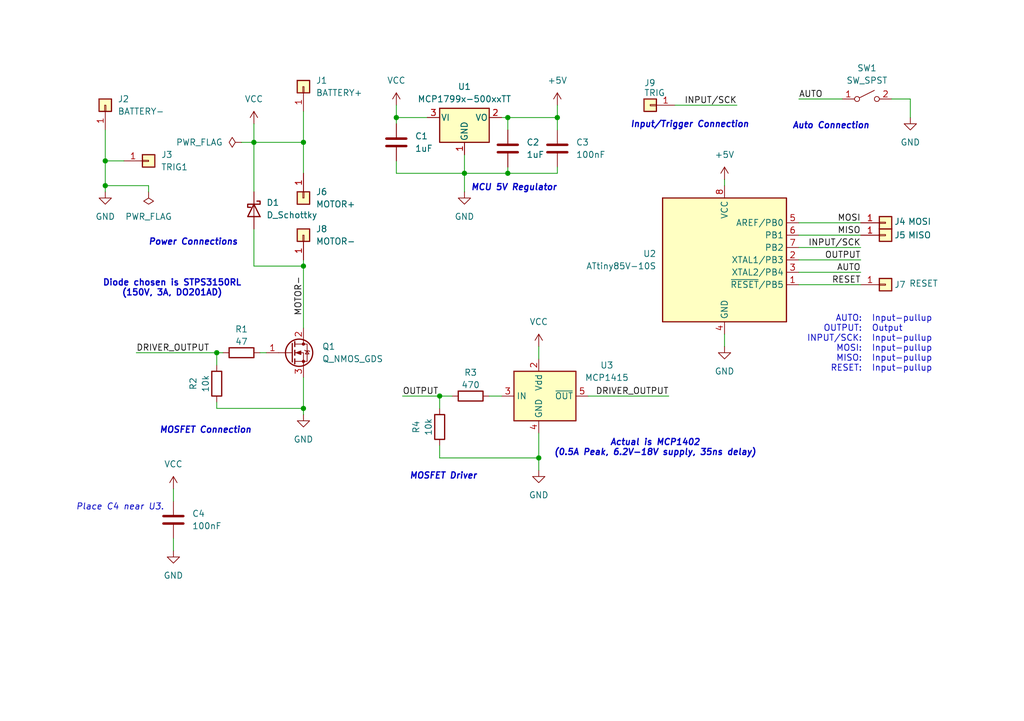
<source format=kicad_sch>
(kicad_sch
	(version 20231120)
	(generator "eeschema")
	(generator_version "8.0")
	(uuid "c70543aa-e6c8-472a-addd-5ce43bfd1b71")
	(paper "A5")
	(title_block
		(title "ATtiny85 Motor Controller")
		(date "2025-04-27")
		(rev "2.1")
		(company "Brady Girard")
		(comment 1 "Works with 6.2V to 18V.")
		(comment 2 "Trigger needs 5V falling edge.")
		(comment 3 "Cannot handle more than 15A continuous.")
		(comment 4 "Cannot handle more than 25A peak.")
	)
	(lib_symbols
		(symbol "Connector_Generic:Conn_01x01"
			(pin_names
				(offset 1.016) hide)
			(exclude_from_sim no)
			(in_bom yes)
			(on_board yes)
			(property "Reference" "J"
				(at 0 2.54 0)
				(effects
					(font
						(size 1.27 1.27)
					)
				)
			)
			(property "Value" "Conn_01x01"
				(at 0 -2.54 0)
				(effects
					(font
						(size 1.27 1.27)
					)
				)
			)
			(property "Footprint" ""
				(at 0 0 0)
				(effects
					(font
						(size 1.27 1.27)
					)
					(hide yes)
				)
			)
			(property "Datasheet" "~"
				(at 0 0 0)
				(effects
					(font
						(size 1.27 1.27)
					)
					(hide yes)
				)
			)
			(property "Description" "Generic connector, single row, 01x01, script generated (kicad-library-utils/schlib/autogen/connector/)"
				(at 0 0 0)
				(effects
					(font
						(size 1.27 1.27)
					)
					(hide yes)
				)
			)
			(property "ki_keywords" "connector"
				(at 0 0 0)
				(effects
					(font
						(size 1.27 1.27)
					)
					(hide yes)
				)
			)
			(property "ki_fp_filters" "Connector*:*_1x??_*"
				(at 0 0 0)
				(effects
					(font
						(size 1.27 1.27)
					)
					(hide yes)
				)
			)
			(symbol "Conn_01x01_1_1"
				(rectangle
					(start -1.27 0.127)
					(end 0 -0.127)
					(stroke
						(width 0.1524)
						(type default)
					)
					(fill
						(type none)
					)
				)
				(rectangle
					(start -1.27 1.27)
					(end 1.27 -1.27)
					(stroke
						(width 0.254)
						(type default)
					)
					(fill
						(type background)
					)
				)
				(pin passive line
					(at -5.08 0 0)
					(length 3.81)
					(name "Pin_1"
						(effects
							(font
								(size 1.27 1.27)
							)
						)
					)
					(number "1"
						(effects
							(font
								(size 1.27 1.27)
							)
						)
					)
				)
			)
		)
		(symbol "Device:C"
			(pin_numbers hide)
			(pin_names
				(offset 0.254)
			)
			(exclude_from_sim no)
			(in_bom yes)
			(on_board yes)
			(property "Reference" "C"
				(at 0.635 2.54 0)
				(effects
					(font
						(size 1.27 1.27)
					)
					(justify left)
				)
			)
			(property "Value" "C"
				(at 0.635 -2.54 0)
				(effects
					(font
						(size 1.27 1.27)
					)
					(justify left)
				)
			)
			(property "Footprint" ""
				(at 0.9652 -3.81 0)
				(effects
					(font
						(size 1.27 1.27)
					)
					(hide yes)
				)
			)
			(property "Datasheet" "~"
				(at 0 0 0)
				(effects
					(font
						(size 1.27 1.27)
					)
					(hide yes)
				)
			)
			(property "Description" "Unpolarized capacitor"
				(at 0 0 0)
				(effects
					(font
						(size 1.27 1.27)
					)
					(hide yes)
				)
			)
			(property "ki_keywords" "cap capacitor"
				(at 0 0 0)
				(effects
					(font
						(size 1.27 1.27)
					)
					(hide yes)
				)
			)
			(property "ki_fp_filters" "C_*"
				(at 0 0 0)
				(effects
					(font
						(size 1.27 1.27)
					)
					(hide yes)
				)
			)
			(symbol "C_0_1"
				(polyline
					(pts
						(xy -2.032 -0.762) (xy 2.032 -0.762)
					)
					(stroke
						(width 0.508)
						(type default)
					)
					(fill
						(type none)
					)
				)
				(polyline
					(pts
						(xy -2.032 0.762) (xy 2.032 0.762)
					)
					(stroke
						(width 0.508)
						(type default)
					)
					(fill
						(type none)
					)
				)
			)
			(symbol "C_1_1"
				(pin passive line
					(at 0 3.81 270)
					(length 2.794)
					(name "~"
						(effects
							(font
								(size 1.27 1.27)
							)
						)
					)
					(number "1"
						(effects
							(font
								(size 1.27 1.27)
							)
						)
					)
				)
				(pin passive line
					(at 0 -3.81 90)
					(length 2.794)
					(name "~"
						(effects
							(font
								(size 1.27 1.27)
							)
						)
					)
					(number "2"
						(effects
							(font
								(size 1.27 1.27)
							)
						)
					)
				)
			)
		)
		(symbol "Device:D_Schottky"
			(pin_numbers hide)
			(pin_names
				(offset 1.016) hide)
			(exclude_from_sim no)
			(in_bom yes)
			(on_board yes)
			(property "Reference" "D"
				(at 0 2.54 0)
				(effects
					(font
						(size 1.27 1.27)
					)
				)
			)
			(property "Value" "D_Schottky"
				(at 0 -2.54 0)
				(effects
					(font
						(size 1.27 1.27)
					)
				)
			)
			(property "Footprint" ""
				(at 0 0 0)
				(effects
					(font
						(size 1.27 1.27)
					)
					(hide yes)
				)
			)
			(property "Datasheet" "~"
				(at 0 0 0)
				(effects
					(font
						(size 1.27 1.27)
					)
					(hide yes)
				)
			)
			(property "Description" "Schottky diode"
				(at 0 0 0)
				(effects
					(font
						(size 1.27 1.27)
					)
					(hide yes)
				)
			)
			(property "ki_keywords" "diode Schottky"
				(at 0 0 0)
				(effects
					(font
						(size 1.27 1.27)
					)
					(hide yes)
				)
			)
			(property "ki_fp_filters" "TO-???* *_Diode_* *SingleDiode* D_*"
				(at 0 0 0)
				(effects
					(font
						(size 1.27 1.27)
					)
					(hide yes)
				)
			)
			(symbol "D_Schottky_0_1"
				(polyline
					(pts
						(xy 1.27 0) (xy -1.27 0)
					)
					(stroke
						(width 0)
						(type default)
					)
					(fill
						(type none)
					)
				)
				(polyline
					(pts
						(xy 1.27 1.27) (xy 1.27 -1.27) (xy -1.27 0) (xy 1.27 1.27)
					)
					(stroke
						(width 0.254)
						(type default)
					)
					(fill
						(type none)
					)
				)
				(polyline
					(pts
						(xy -1.905 0.635) (xy -1.905 1.27) (xy -1.27 1.27) (xy -1.27 -1.27) (xy -0.635 -1.27) (xy -0.635 -0.635)
					)
					(stroke
						(width 0.254)
						(type default)
					)
					(fill
						(type none)
					)
				)
			)
			(symbol "D_Schottky_1_1"
				(pin passive line
					(at -3.81 0 0)
					(length 2.54)
					(name "K"
						(effects
							(font
								(size 1.27 1.27)
							)
						)
					)
					(number "1"
						(effects
							(font
								(size 1.27 1.27)
							)
						)
					)
				)
				(pin passive line
					(at 3.81 0 180)
					(length 2.54)
					(name "A"
						(effects
							(font
								(size 1.27 1.27)
							)
						)
					)
					(number "2"
						(effects
							(font
								(size 1.27 1.27)
							)
						)
					)
				)
			)
		)
		(symbol "Device:Q_NMOS_GDS"
			(pin_names
				(offset 0) hide)
			(exclude_from_sim no)
			(in_bom yes)
			(on_board yes)
			(property "Reference" "Q"
				(at 5.08 1.27 0)
				(effects
					(font
						(size 1.27 1.27)
					)
					(justify left)
				)
			)
			(property "Value" "Q_NMOS_GDS"
				(at 5.08 -1.27 0)
				(effects
					(font
						(size 1.27 1.27)
					)
					(justify left)
				)
			)
			(property "Footprint" ""
				(at 5.08 2.54 0)
				(effects
					(font
						(size 1.27 1.27)
					)
					(hide yes)
				)
			)
			(property "Datasheet" "~"
				(at 0 0 0)
				(effects
					(font
						(size 1.27 1.27)
					)
					(hide yes)
				)
			)
			(property "Description" "N-MOSFET transistor, gate/drain/source"
				(at 0 0 0)
				(effects
					(font
						(size 1.27 1.27)
					)
					(hide yes)
				)
			)
			(property "ki_keywords" "transistor NMOS N-MOS N-MOSFET"
				(at 0 0 0)
				(effects
					(font
						(size 1.27 1.27)
					)
					(hide yes)
				)
			)
			(symbol "Q_NMOS_GDS_0_1"
				(polyline
					(pts
						(xy 0.254 0) (xy -2.54 0)
					)
					(stroke
						(width 0)
						(type default)
					)
					(fill
						(type none)
					)
				)
				(polyline
					(pts
						(xy 0.254 1.905) (xy 0.254 -1.905)
					)
					(stroke
						(width 0.254)
						(type default)
					)
					(fill
						(type none)
					)
				)
				(polyline
					(pts
						(xy 0.762 -1.27) (xy 0.762 -2.286)
					)
					(stroke
						(width 0.254)
						(type default)
					)
					(fill
						(type none)
					)
				)
				(polyline
					(pts
						(xy 0.762 0.508) (xy 0.762 -0.508)
					)
					(stroke
						(width 0.254)
						(type default)
					)
					(fill
						(type none)
					)
				)
				(polyline
					(pts
						(xy 0.762 2.286) (xy 0.762 1.27)
					)
					(stroke
						(width 0.254)
						(type default)
					)
					(fill
						(type none)
					)
				)
				(polyline
					(pts
						(xy 2.54 2.54) (xy 2.54 1.778)
					)
					(stroke
						(width 0)
						(type default)
					)
					(fill
						(type none)
					)
				)
				(polyline
					(pts
						(xy 2.54 -2.54) (xy 2.54 0) (xy 0.762 0)
					)
					(stroke
						(width 0)
						(type default)
					)
					(fill
						(type none)
					)
				)
				(polyline
					(pts
						(xy 0.762 -1.778) (xy 3.302 -1.778) (xy 3.302 1.778) (xy 0.762 1.778)
					)
					(stroke
						(width 0)
						(type default)
					)
					(fill
						(type none)
					)
				)
				(polyline
					(pts
						(xy 1.016 0) (xy 2.032 0.381) (xy 2.032 -0.381) (xy 1.016 0)
					)
					(stroke
						(width 0)
						(type default)
					)
					(fill
						(type outline)
					)
				)
				(polyline
					(pts
						(xy 2.794 0.508) (xy 2.921 0.381) (xy 3.683 0.381) (xy 3.81 0.254)
					)
					(stroke
						(width 0)
						(type default)
					)
					(fill
						(type none)
					)
				)
				(polyline
					(pts
						(xy 3.302 0.381) (xy 2.921 -0.254) (xy 3.683 -0.254) (xy 3.302 0.381)
					)
					(stroke
						(width 0)
						(type default)
					)
					(fill
						(type none)
					)
				)
				(circle
					(center 1.651 0)
					(radius 2.794)
					(stroke
						(width 0.254)
						(type default)
					)
					(fill
						(type none)
					)
				)
				(circle
					(center 2.54 -1.778)
					(radius 0.254)
					(stroke
						(width 0)
						(type default)
					)
					(fill
						(type outline)
					)
				)
				(circle
					(center 2.54 1.778)
					(radius 0.254)
					(stroke
						(width 0)
						(type default)
					)
					(fill
						(type outline)
					)
				)
			)
			(symbol "Q_NMOS_GDS_1_1"
				(pin input line
					(at -5.08 0 0)
					(length 2.54)
					(name "G"
						(effects
							(font
								(size 1.27 1.27)
							)
						)
					)
					(number "1"
						(effects
							(font
								(size 1.27 1.27)
							)
						)
					)
				)
				(pin passive line
					(at 2.54 5.08 270)
					(length 2.54)
					(name "D"
						(effects
							(font
								(size 1.27 1.27)
							)
						)
					)
					(number "2"
						(effects
							(font
								(size 1.27 1.27)
							)
						)
					)
				)
				(pin passive line
					(at 2.54 -5.08 90)
					(length 2.54)
					(name "S"
						(effects
							(font
								(size 1.27 1.27)
							)
						)
					)
					(number "3"
						(effects
							(font
								(size 1.27 1.27)
							)
						)
					)
				)
			)
		)
		(symbol "Device:R"
			(pin_numbers hide)
			(pin_names
				(offset 0)
			)
			(exclude_from_sim no)
			(in_bom yes)
			(on_board yes)
			(property "Reference" "R"
				(at 2.032 0 90)
				(effects
					(font
						(size 1.27 1.27)
					)
				)
			)
			(property "Value" "R"
				(at 0 0 90)
				(effects
					(font
						(size 1.27 1.27)
					)
				)
			)
			(property "Footprint" ""
				(at -1.778 0 90)
				(effects
					(font
						(size 1.27 1.27)
					)
					(hide yes)
				)
			)
			(property "Datasheet" "~"
				(at 0 0 0)
				(effects
					(font
						(size 1.27 1.27)
					)
					(hide yes)
				)
			)
			(property "Description" "Resistor"
				(at 0 0 0)
				(effects
					(font
						(size 1.27 1.27)
					)
					(hide yes)
				)
			)
			(property "ki_keywords" "R res resistor"
				(at 0 0 0)
				(effects
					(font
						(size 1.27 1.27)
					)
					(hide yes)
				)
			)
			(property "ki_fp_filters" "R_*"
				(at 0 0 0)
				(effects
					(font
						(size 1.27 1.27)
					)
					(hide yes)
				)
			)
			(symbol "R_0_1"
				(rectangle
					(start -1.016 -2.54)
					(end 1.016 2.54)
					(stroke
						(width 0.254)
						(type default)
					)
					(fill
						(type none)
					)
				)
			)
			(symbol "R_1_1"
				(pin passive line
					(at 0 3.81 270)
					(length 1.27)
					(name "~"
						(effects
							(font
								(size 1.27 1.27)
							)
						)
					)
					(number "1"
						(effects
							(font
								(size 1.27 1.27)
							)
						)
					)
				)
				(pin passive line
					(at 0 -3.81 90)
					(length 1.27)
					(name "~"
						(effects
							(font
								(size 1.27 1.27)
							)
						)
					)
					(number "2"
						(effects
							(font
								(size 1.27 1.27)
							)
						)
					)
				)
			)
		)
		(symbol "Driver_FET:MCP1415"
			(exclude_from_sim no)
			(in_bom yes)
			(on_board yes)
			(property "Reference" "U"
				(at -5.08 6.35 0)
				(effects
					(font
						(size 1.27 1.27)
					)
					(justify left)
				)
			)
			(property "Value" "MCP1415"
				(at 1.27 6.35 0)
				(effects
					(font
						(size 1.27 1.27)
					)
					(justify left)
				)
			)
			(property "Footprint" "Package_TO_SOT_SMD:SOT-23-5"
				(at 0 -15.24 0)
				(effects
					(font
						(size 1.27 1.27)
						(italic yes)
					)
					(hide yes)
				)
			)
			(property "Datasheet" "http://ww1.microchip.com/downloads/en/DeviceDoc/20002092F.pdf"
				(at -5.08 6.35 0)
				(effects
					(font
						(size 1.27 1.27)
					)
					(hide yes)
				)
			)
			(property "Description" "1.5A High speed power MOSFET driver with inverting output, SOT-23-5"
				(at 0 0 0)
				(effects
					(font
						(size 1.27 1.27)
					)
					(hide yes)
				)
			)
			(property "ki_keywords" "mosfet gate driver"
				(at 0 0 0)
				(effects
					(font
						(size 1.27 1.27)
					)
					(hide yes)
				)
			)
			(property "ki_fp_filters" "SOT?23*"
				(at 0 0 0)
				(effects
					(font
						(size 1.27 1.27)
					)
					(hide yes)
				)
			)
			(symbol "MCP1415_0_1"
				(rectangle
					(start -5.08 5.08)
					(end 7.62 -5.08)
					(stroke
						(width 0.254)
						(type default)
					)
					(fill
						(type background)
					)
				)
			)
			(symbol "MCP1415_1_1"
				(pin no_connect line
					(at 7.62 -2.54 180)
					(length 2.54) hide
					(name "NC"
						(effects
							(font
								(size 1.27 1.27)
							)
						)
					)
					(number "1"
						(effects
							(font
								(size 1.27 1.27)
							)
						)
					)
				)
				(pin power_in line
					(at 0 7.62 270)
					(length 2.54)
					(name "Vdd"
						(effects
							(font
								(size 1.27 1.27)
							)
						)
					)
					(number "2"
						(effects
							(font
								(size 1.27 1.27)
							)
						)
					)
				)
				(pin input line
					(at -7.62 0 0)
					(length 2.54)
					(name "IN"
						(effects
							(font
								(size 1.27 1.27)
							)
						)
					)
					(number "3"
						(effects
							(font
								(size 1.27 1.27)
							)
						)
					)
				)
				(pin power_in line
					(at 0 -7.62 90)
					(length 2.54)
					(name "GND"
						(effects
							(font
								(size 1.27 1.27)
							)
						)
					)
					(number "4"
						(effects
							(font
								(size 1.27 1.27)
							)
						)
					)
				)
				(pin output line
					(at 10.16 0 180)
					(length 2.54)
					(name "~{OUT}"
						(effects
							(font
								(size 1.27 1.27)
							)
						)
					)
					(number "5"
						(effects
							(font
								(size 1.27 1.27)
							)
						)
					)
				)
			)
		)
		(symbol "MCU_Microchip_ATtiny:ATtiny85V-10S"
			(exclude_from_sim no)
			(in_bom yes)
			(on_board yes)
			(property "Reference" "U"
				(at -12.7 13.97 0)
				(effects
					(font
						(size 1.27 1.27)
					)
					(justify left bottom)
				)
			)
			(property "Value" "ATtiny85V-10S"
				(at 2.54 -13.97 0)
				(effects
					(font
						(size 1.27 1.27)
					)
					(justify left top)
				)
			)
			(property "Footprint" "Package_SO:SOIC-8W_5.3x5.3mm_P1.27mm"
				(at 0 0 0)
				(effects
					(font
						(size 1.27 1.27)
						(italic yes)
					)
					(hide yes)
				)
			)
			(property "Datasheet" "http://ww1.microchip.com/downloads/en/DeviceDoc/atmel-2586-avr-8-bit-microcontroller-attiny25-attiny45-attiny85_datasheet.pdf"
				(at 0 0 0)
				(effects
					(font
						(size 1.27 1.27)
					)
					(hide yes)
				)
			)
			(property "Description" "10MHz, 8kB Flash, 512B SRAM, 512B EEPROM, debugWIRE, SOIC-8W"
				(at 0 0 0)
				(effects
					(font
						(size 1.27 1.27)
					)
					(hide yes)
				)
			)
			(property "ki_keywords" "AVR 8bit Microcontroller tinyAVR"
				(at 0 0 0)
				(effects
					(font
						(size 1.27 1.27)
					)
					(hide yes)
				)
			)
			(property "ki_fp_filters" "SOIC*5.3x5.3mm*P1.27mm*"
				(at 0 0 0)
				(effects
					(font
						(size 1.27 1.27)
					)
					(hide yes)
				)
			)
			(symbol "ATtiny85V-10S_0_1"
				(rectangle
					(start -12.7 -12.7)
					(end 12.7 12.7)
					(stroke
						(width 0.254)
						(type default)
					)
					(fill
						(type background)
					)
				)
			)
			(symbol "ATtiny85V-10S_1_1"
				(pin bidirectional line
					(at 15.24 -5.08 180)
					(length 2.54)
					(name "~{RESET}/PB5"
						(effects
							(font
								(size 1.27 1.27)
							)
						)
					)
					(number "1"
						(effects
							(font
								(size 1.27 1.27)
							)
						)
					)
				)
				(pin bidirectional line
					(at 15.24 0 180)
					(length 2.54)
					(name "XTAL1/PB3"
						(effects
							(font
								(size 1.27 1.27)
							)
						)
					)
					(number "2"
						(effects
							(font
								(size 1.27 1.27)
							)
						)
					)
				)
				(pin bidirectional line
					(at 15.24 -2.54 180)
					(length 2.54)
					(name "XTAL2/PB4"
						(effects
							(font
								(size 1.27 1.27)
							)
						)
					)
					(number "3"
						(effects
							(font
								(size 1.27 1.27)
							)
						)
					)
				)
				(pin power_in line
					(at 0 -15.24 90)
					(length 2.54)
					(name "GND"
						(effects
							(font
								(size 1.27 1.27)
							)
						)
					)
					(number "4"
						(effects
							(font
								(size 1.27 1.27)
							)
						)
					)
				)
				(pin bidirectional line
					(at 15.24 7.62 180)
					(length 2.54)
					(name "AREF/PB0"
						(effects
							(font
								(size 1.27 1.27)
							)
						)
					)
					(number "5"
						(effects
							(font
								(size 1.27 1.27)
							)
						)
					)
				)
				(pin bidirectional line
					(at 15.24 5.08 180)
					(length 2.54)
					(name "PB1"
						(effects
							(font
								(size 1.27 1.27)
							)
						)
					)
					(number "6"
						(effects
							(font
								(size 1.27 1.27)
							)
						)
					)
				)
				(pin bidirectional line
					(at 15.24 2.54 180)
					(length 2.54)
					(name "PB2"
						(effects
							(font
								(size 1.27 1.27)
							)
						)
					)
					(number "7"
						(effects
							(font
								(size 1.27 1.27)
							)
						)
					)
				)
				(pin power_in line
					(at 0 15.24 270)
					(length 2.54)
					(name "VCC"
						(effects
							(font
								(size 1.27 1.27)
							)
						)
					)
					(number "8"
						(effects
							(font
								(size 1.27 1.27)
							)
						)
					)
				)
			)
		)
		(symbol "Regulator_Linear:MCP1799x-500xxTT"
			(pin_names
				(offset 0.254)
			)
			(exclude_from_sim no)
			(in_bom yes)
			(on_board yes)
			(property "Reference" "U"
				(at -3.81 3.175 0)
				(effects
					(font
						(size 1.27 1.27)
					)
				)
			)
			(property "Value" "MCP1799x-500xxTT"
				(at 0 3.175 0)
				(effects
					(font
						(size 1.27 1.27)
					)
					(justify left)
				)
			)
			(property "Footprint" "Package_TO_SOT_SMD:SOT-23"
				(at 0 5.715 0)
				(effects
					(font
						(size 1.27 1.27)
					)
					(hide yes)
				)
			)
			(property "Datasheet" "https://ww1.microchip.com/downloads/en/DeviceDoc/MCP1799-Data-Sheet-20006248A.pdf"
				(at 0 0 0)
				(effects
					(font
						(size 1.27 1.27)
					)
					(hide yes)
				)
			)
			(property "Description" "80 mA High-Voltage Automotive LDO, 5V output, SOT-23"
				(at 0 0 0)
				(effects
					(font
						(size 1.27 1.27)
					)
					(hide yes)
				)
			)
			(property "ki_keywords" "regulator linear ldo"
				(at 0 0 0)
				(effects
					(font
						(size 1.27 1.27)
					)
					(hide yes)
				)
			)
			(property "ki_fp_filters" "SOT?23*"
				(at 0 0 0)
				(effects
					(font
						(size 1.27 1.27)
					)
					(hide yes)
				)
			)
			(symbol "MCP1799x-500xxTT_0_1"
				(rectangle
					(start -5.08 1.905)
					(end 5.08 -5.08)
					(stroke
						(width 0.254)
						(type default)
					)
					(fill
						(type background)
					)
				)
			)
			(symbol "MCP1799x-500xxTT_1_1"
				(pin power_in line
					(at 0 -7.62 90)
					(length 2.54)
					(name "GND"
						(effects
							(font
								(size 1.27 1.27)
							)
						)
					)
					(number "1"
						(effects
							(font
								(size 1.27 1.27)
							)
						)
					)
				)
				(pin power_out line
					(at 7.62 0 180)
					(length 2.54)
					(name "VO"
						(effects
							(font
								(size 1.27 1.27)
							)
						)
					)
					(number "2"
						(effects
							(font
								(size 1.27 1.27)
							)
						)
					)
				)
				(pin power_in line
					(at -7.62 0 0)
					(length 2.54)
					(name "VI"
						(effects
							(font
								(size 1.27 1.27)
							)
						)
					)
					(number "3"
						(effects
							(font
								(size 1.27 1.27)
							)
						)
					)
				)
			)
		)
		(symbol "Switch:SW_SPST"
			(pin_names
				(offset 0) hide)
			(exclude_from_sim no)
			(in_bom yes)
			(on_board yes)
			(property "Reference" "SW"
				(at 0 3.175 0)
				(effects
					(font
						(size 1.27 1.27)
					)
				)
			)
			(property "Value" "SW_SPST"
				(at 0 -2.54 0)
				(effects
					(font
						(size 1.27 1.27)
					)
				)
			)
			(property "Footprint" ""
				(at 0 0 0)
				(effects
					(font
						(size 1.27 1.27)
					)
					(hide yes)
				)
			)
			(property "Datasheet" "~"
				(at 0 0 0)
				(effects
					(font
						(size 1.27 1.27)
					)
					(hide yes)
				)
			)
			(property "Description" "Single Pole Single Throw (SPST) switch"
				(at 0 0 0)
				(effects
					(font
						(size 1.27 1.27)
					)
					(hide yes)
				)
			)
			(property "ki_keywords" "switch lever"
				(at 0 0 0)
				(effects
					(font
						(size 1.27 1.27)
					)
					(hide yes)
				)
			)
			(symbol "SW_SPST_0_0"
				(circle
					(center -2.032 0)
					(radius 0.508)
					(stroke
						(width 0)
						(type default)
					)
					(fill
						(type none)
					)
				)
				(polyline
					(pts
						(xy -1.524 0.254) (xy 1.524 1.778)
					)
					(stroke
						(width 0)
						(type default)
					)
					(fill
						(type none)
					)
				)
				(circle
					(center 2.032 0)
					(radius 0.508)
					(stroke
						(width 0)
						(type default)
					)
					(fill
						(type none)
					)
				)
			)
			(symbol "SW_SPST_1_1"
				(pin passive line
					(at -5.08 0 0)
					(length 2.54)
					(name "A"
						(effects
							(font
								(size 1.27 1.27)
							)
						)
					)
					(number "1"
						(effects
							(font
								(size 1.27 1.27)
							)
						)
					)
				)
				(pin passive line
					(at 5.08 0 180)
					(length 2.54)
					(name "B"
						(effects
							(font
								(size 1.27 1.27)
							)
						)
					)
					(number "2"
						(effects
							(font
								(size 1.27 1.27)
							)
						)
					)
				)
			)
		)
		(symbol "power:+5V"
			(power)
			(pin_numbers hide)
			(pin_names
				(offset 0) hide)
			(exclude_from_sim no)
			(in_bom yes)
			(on_board yes)
			(property "Reference" "#PWR"
				(at 0 -3.81 0)
				(effects
					(font
						(size 1.27 1.27)
					)
					(hide yes)
				)
			)
			(property "Value" "+5V"
				(at 0 3.556 0)
				(effects
					(font
						(size 1.27 1.27)
					)
				)
			)
			(property "Footprint" ""
				(at 0 0 0)
				(effects
					(font
						(size 1.27 1.27)
					)
					(hide yes)
				)
			)
			(property "Datasheet" ""
				(at 0 0 0)
				(effects
					(font
						(size 1.27 1.27)
					)
					(hide yes)
				)
			)
			(property "Description" "Power symbol creates a global label with name \"+5V\""
				(at 0 0 0)
				(effects
					(font
						(size 1.27 1.27)
					)
					(hide yes)
				)
			)
			(property "ki_keywords" "global power"
				(at 0 0 0)
				(effects
					(font
						(size 1.27 1.27)
					)
					(hide yes)
				)
			)
			(symbol "+5V_0_1"
				(polyline
					(pts
						(xy -0.762 1.27) (xy 0 2.54)
					)
					(stroke
						(width 0)
						(type default)
					)
					(fill
						(type none)
					)
				)
				(polyline
					(pts
						(xy 0 0) (xy 0 2.54)
					)
					(stroke
						(width 0)
						(type default)
					)
					(fill
						(type none)
					)
				)
				(polyline
					(pts
						(xy 0 2.54) (xy 0.762 1.27)
					)
					(stroke
						(width 0)
						(type default)
					)
					(fill
						(type none)
					)
				)
			)
			(symbol "+5V_1_1"
				(pin power_in line
					(at 0 0 90)
					(length 0)
					(name "~"
						(effects
							(font
								(size 1.27 1.27)
							)
						)
					)
					(number "1"
						(effects
							(font
								(size 1.27 1.27)
							)
						)
					)
				)
			)
		)
		(symbol "power:GND"
			(power)
			(pin_numbers hide)
			(pin_names
				(offset 0) hide)
			(exclude_from_sim no)
			(in_bom yes)
			(on_board yes)
			(property "Reference" "#PWR"
				(at 0 -6.35 0)
				(effects
					(font
						(size 1.27 1.27)
					)
					(hide yes)
				)
			)
			(property "Value" "GND"
				(at 0 -3.81 0)
				(effects
					(font
						(size 1.27 1.27)
					)
				)
			)
			(property "Footprint" ""
				(at 0 0 0)
				(effects
					(font
						(size 1.27 1.27)
					)
					(hide yes)
				)
			)
			(property "Datasheet" ""
				(at 0 0 0)
				(effects
					(font
						(size 1.27 1.27)
					)
					(hide yes)
				)
			)
			(property "Description" "Power symbol creates a global label with name \"GND\" , ground"
				(at 0 0 0)
				(effects
					(font
						(size 1.27 1.27)
					)
					(hide yes)
				)
			)
			(property "ki_keywords" "global power"
				(at 0 0 0)
				(effects
					(font
						(size 1.27 1.27)
					)
					(hide yes)
				)
			)
			(symbol "GND_0_1"
				(polyline
					(pts
						(xy 0 0) (xy 0 -1.27) (xy 1.27 -1.27) (xy 0 -2.54) (xy -1.27 -1.27) (xy 0 -1.27)
					)
					(stroke
						(width 0)
						(type default)
					)
					(fill
						(type none)
					)
				)
			)
			(symbol "GND_1_1"
				(pin power_in line
					(at 0 0 270)
					(length 0)
					(name "~"
						(effects
							(font
								(size 1.27 1.27)
							)
						)
					)
					(number "1"
						(effects
							(font
								(size 1.27 1.27)
							)
						)
					)
				)
			)
		)
		(symbol "power:PWR_FLAG"
			(power)
			(pin_numbers hide)
			(pin_names
				(offset 0) hide)
			(exclude_from_sim no)
			(in_bom yes)
			(on_board yes)
			(property "Reference" "#FLG"
				(at 0 1.905 0)
				(effects
					(font
						(size 1.27 1.27)
					)
					(hide yes)
				)
			)
			(property "Value" "PWR_FLAG"
				(at 0 3.81 0)
				(effects
					(font
						(size 1.27 1.27)
					)
				)
			)
			(property "Footprint" ""
				(at 0 0 0)
				(effects
					(font
						(size 1.27 1.27)
					)
					(hide yes)
				)
			)
			(property "Datasheet" "~"
				(at 0 0 0)
				(effects
					(font
						(size 1.27 1.27)
					)
					(hide yes)
				)
			)
			(property "Description" "Special symbol for telling ERC where power comes from"
				(at 0 0 0)
				(effects
					(font
						(size 1.27 1.27)
					)
					(hide yes)
				)
			)
			(property "ki_keywords" "flag power"
				(at 0 0 0)
				(effects
					(font
						(size 1.27 1.27)
					)
					(hide yes)
				)
			)
			(symbol "PWR_FLAG_0_0"
				(pin power_out line
					(at 0 0 90)
					(length 0)
					(name "~"
						(effects
							(font
								(size 1.27 1.27)
							)
						)
					)
					(number "1"
						(effects
							(font
								(size 1.27 1.27)
							)
						)
					)
				)
			)
			(symbol "PWR_FLAG_0_1"
				(polyline
					(pts
						(xy 0 0) (xy 0 1.27) (xy -1.016 1.905) (xy 0 2.54) (xy 1.016 1.905) (xy 0 1.27)
					)
					(stroke
						(width 0)
						(type default)
					)
					(fill
						(type none)
					)
				)
			)
		)
		(symbol "power:VCC"
			(power)
			(pin_numbers hide)
			(pin_names
				(offset 0) hide)
			(exclude_from_sim no)
			(in_bom yes)
			(on_board yes)
			(property "Reference" "#PWR"
				(at 0 -3.81 0)
				(effects
					(font
						(size 1.27 1.27)
					)
					(hide yes)
				)
			)
			(property "Value" "VCC"
				(at 0 3.556 0)
				(effects
					(font
						(size 1.27 1.27)
					)
				)
			)
			(property "Footprint" ""
				(at 0 0 0)
				(effects
					(font
						(size 1.27 1.27)
					)
					(hide yes)
				)
			)
			(property "Datasheet" ""
				(at 0 0 0)
				(effects
					(font
						(size 1.27 1.27)
					)
					(hide yes)
				)
			)
			(property "Description" "Power symbol creates a global label with name \"VCC\""
				(at 0 0 0)
				(effects
					(font
						(size 1.27 1.27)
					)
					(hide yes)
				)
			)
			(property "ki_keywords" "global power"
				(at 0 0 0)
				(effects
					(font
						(size 1.27 1.27)
					)
					(hide yes)
				)
			)
			(symbol "VCC_0_1"
				(polyline
					(pts
						(xy -0.762 1.27) (xy 0 2.54)
					)
					(stroke
						(width 0)
						(type default)
					)
					(fill
						(type none)
					)
				)
				(polyline
					(pts
						(xy 0 0) (xy 0 2.54)
					)
					(stroke
						(width 0)
						(type default)
					)
					(fill
						(type none)
					)
				)
				(polyline
					(pts
						(xy 0 2.54) (xy 0.762 1.27)
					)
					(stroke
						(width 0)
						(type default)
					)
					(fill
						(type none)
					)
				)
			)
			(symbol "VCC_1_1"
				(pin power_in line
					(at 0 0 90)
					(length 0)
					(name "~"
						(effects
							(font
								(size 1.27 1.27)
							)
						)
					)
					(number "1"
						(effects
							(font
								(size 1.27 1.27)
							)
						)
					)
				)
			)
		)
	)
	(junction
		(at 21.59 33.02)
		(diameter 0)
		(color 0 0 0 0)
		(uuid "031ad5d2-50e6-4894-abf7-e6633e9fc3a1")
	)
	(junction
		(at 104.14 24.13)
		(diameter 0)
		(color 0 0 0 0)
		(uuid "15985cf2-db04-4136-8851-b088b58c6557")
	)
	(junction
		(at 104.14 35.56)
		(diameter 0)
		(color 0 0 0 0)
		(uuid "1d8e819d-3f3c-4cd5-a44f-0bac6807746c")
	)
	(junction
		(at 62.23 83.82)
		(diameter 0)
		(color 0 0 0 0)
		(uuid "33c7624b-a5aa-4e8f-b158-f01f4c9c87ba")
	)
	(junction
		(at 44.45 72.39)
		(diameter 0)
		(color 0 0 0 0)
		(uuid "46db6fcd-c274-47c1-999c-53cfcba8dfb7")
	)
	(junction
		(at 110.49 93.98)
		(diameter 0)
		(color 0 0 0 0)
		(uuid "538bae57-9ff5-4fb6-88c3-504079367892")
	)
	(junction
		(at 114.3 24.13)
		(diameter 0)
		(color 0 0 0 0)
		(uuid "5921efa5-7d86-4c1d-b9ff-6488e4f6f829")
	)
	(junction
		(at 81.28 24.13)
		(diameter 0)
		(color 0 0 0 0)
		(uuid "89a7b3e5-9c70-4241-80c3-551288eaf6ed")
	)
	(junction
		(at 52.07 29.21)
		(diameter 0)
		(color 0 0 0 0)
		(uuid "931cf8e4-f16c-4610-a7db-a23a673a66dc")
	)
	(junction
		(at 62.23 54.61)
		(diameter 0)
		(color 0 0 0 0)
		(uuid "9bd20db6-5613-416d-8d4b-5930208779d8")
	)
	(junction
		(at 95.25 35.56)
		(diameter 0)
		(color 0 0 0 0)
		(uuid "c587200e-c97b-4556-87b4-67c1d8c7c8a6")
	)
	(junction
		(at 90.17 81.28)
		(diameter 0)
		(color 0 0 0 0)
		(uuid "cbbb2545-941a-460a-a0cd-bfbe87a0ecac")
	)
	(junction
		(at 21.59 38.1)
		(diameter 0)
		(color 0 0 0 0)
		(uuid "cc5f4e1a-e81c-4724-a270-3489dd254200")
	)
	(junction
		(at 62.23 29.21)
		(diameter 0)
		(color 0 0 0 0)
		(uuid "f4d1122f-309c-4980-8494-327522e237d7")
	)
	(wire
		(pts
			(xy 163.83 50.8) (xy 176.53 50.8)
		)
		(stroke
			(width 0)
			(type default)
		)
		(uuid "00594b1f-e238-4613-bd26-5a172a9eae04")
	)
	(wire
		(pts
			(xy 62.23 77.47) (xy 62.23 83.82)
		)
		(stroke
			(width 0)
			(type default)
		)
		(uuid "080ab132-e1cb-42e4-85d9-42d3d24c159b")
	)
	(wire
		(pts
			(xy 114.3 34.29) (xy 114.3 35.56)
		)
		(stroke
			(width 0)
			(type default)
		)
		(uuid "0b961a02-dd39-4ed4-9dd7-1dde20ffeb66")
	)
	(wire
		(pts
			(xy 95.25 35.56) (xy 95.25 39.37)
		)
		(stroke
			(width 0)
			(type default)
		)
		(uuid "184ef209-7151-48a6-a395-84110498a3e9")
	)
	(wire
		(pts
			(xy 21.59 26.67) (xy 21.59 33.02)
		)
		(stroke
			(width 0)
			(type default)
		)
		(uuid "19834f28-9114-492d-bd08-c387e3674e4d")
	)
	(wire
		(pts
			(xy 104.14 24.13) (xy 102.87 24.13)
		)
		(stroke
			(width 0)
			(type default)
		)
		(uuid "1dc61c7b-74eb-4a9e-88d8-43a13849d7ab")
	)
	(wire
		(pts
			(xy 21.59 38.1) (xy 21.59 39.37)
		)
		(stroke
			(width 0)
			(type default)
		)
		(uuid "1e16c54e-61bb-4a88-ae3e-a04c9d47d792")
	)
	(wire
		(pts
			(xy 90.17 91.44) (xy 90.17 93.98)
		)
		(stroke
			(width 0)
			(type default)
		)
		(uuid "21dd1164-3636-485f-922b-405e6e619c39")
	)
	(wire
		(pts
			(xy 90.17 81.28) (xy 90.17 83.82)
		)
		(stroke
			(width 0)
			(type default)
		)
		(uuid "22c5a074-53d3-4188-8bce-928d0a900755")
	)
	(wire
		(pts
			(xy 62.23 83.82) (xy 62.23 85.09)
		)
		(stroke
			(width 0)
			(type default)
		)
		(uuid "22d53e78-4508-4703-8d67-779e75e1cd9f")
	)
	(wire
		(pts
			(xy 182.88 20.32) (xy 186.69 20.32)
		)
		(stroke
			(width 0)
			(type default)
		)
		(uuid "24ba4356-69bf-4241-a42e-ab8655c27abd")
	)
	(wire
		(pts
			(xy 148.59 36.83) (xy 148.59 38.1)
		)
		(stroke
			(width 0)
			(type default)
		)
		(uuid "25525923-5414-457b-b5d4-565d820e1779")
	)
	(wire
		(pts
			(xy 104.14 35.56) (xy 95.25 35.56)
		)
		(stroke
			(width 0)
			(type default)
		)
		(uuid "2aba2d90-62ec-4c01-8de2-6fde101a371b")
	)
	(wire
		(pts
			(xy 35.56 100.33) (xy 35.56 102.87)
		)
		(stroke
			(width 0)
			(type default)
		)
		(uuid "2cf8371c-fd07-45e0-a12e-d6e85747e493")
	)
	(wire
		(pts
			(xy 52.07 54.61) (xy 62.23 54.61)
		)
		(stroke
			(width 0)
			(type default)
		)
		(uuid "2ed7d76d-2c96-472f-a280-33345b90e00f")
	)
	(wire
		(pts
			(xy 44.45 72.39) (xy 44.45 74.93)
		)
		(stroke
			(width 0)
			(type default)
		)
		(uuid "33129905-5d01-4105-81bb-b0dd8c59d5da")
	)
	(wire
		(pts
			(xy 110.49 73.66) (xy 110.49 71.12)
		)
		(stroke
			(width 0)
			(type default)
		)
		(uuid "3430b2d8-d9ac-442b-9344-b28e32169ed2")
	)
	(wire
		(pts
			(xy 148.59 68.58) (xy 148.59 71.12)
		)
		(stroke
			(width 0)
			(type default)
		)
		(uuid "345a452e-6393-407d-8de1-e9f148b8dc22")
	)
	(wire
		(pts
			(xy 120.65 81.28) (xy 137.16 81.28)
		)
		(stroke
			(width 0)
			(type default)
		)
		(uuid "378b25d4-d573-4a97-9c13-73660fe98b97")
	)
	(wire
		(pts
			(xy 163.83 45.72) (xy 176.53 45.72)
		)
		(stroke
			(width 0)
			(type default)
		)
		(uuid "37f38b6e-cf84-450a-8efd-c70a3e6febb3")
	)
	(wire
		(pts
			(xy 104.14 35.56) (xy 114.3 35.56)
		)
		(stroke
			(width 0)
			(type default)
		)
		(uuid "39136d57-271e-46ed-adc2-d20112908af3")
	)
	(wire
		(pts
			(xy 52.07 46.99) (xy 52.07 54.61)
		)
		(stroke
			(width 0)
			(type default)
		)
		(uuid "39892ae9-4b98-4052-a788-38e294fe70bc")
	)
	(wire
		(pts
			(xy 62.23 29.21) (xy 62.23 35.56)
		)
		(stroke
			(width 0)
			(type default)
		)
		(uuid "3d3be7a2-a16c-43b1-9e8e-1474993be5af")
	)
	(wire
		(pts
			(xy 104.14 26.67) (xy 104.14 24.13)
		)
		(stroke
			(width 0)
			(type default)
		)
		(uuid "41c00059-5642-485b-aa18-b10f3a26b4fe")
	)
	(wire
		(pts
			(xy 114.3 26.67) (xy 114.3 24.13)
		)
		(stroke
			(width 0)
			(type default)
		)
		(uuid "44f66c8f-9cb0-49b4-9820-46ae11e8ba51")
	)
	(wire
		(pts
			(xy 95.25 31.75) (xy 95.25 35.56)
		)
		(stroke
			(width 0)
			(type default)
		)
		(uuid "4773ea88-b5f8-417c-9e4a-470c27022cfc")
	)
	(wire
		(pts
			(xy 62.23 53.34) (xy 62.23 54.61)
		)
		(stroke
			(width 0)
			(type default)
		)
		(uuid "55b98c0f-95de-4d2a-b6a1-b5849fd77c46")
	)
	(wire
		(pts
			(xy 35.56 110.49) (xy 35.56 113.03)
		)
		(stroke
			(width 0)
			(type default)
		)
		(uuid "594974e6-0f9d-4654-a7ca-817e50a36429")
	)
	(wire
		(pts
			(xy 90.17 81.28) (xy 92.71 81.28)
		)
		(stroke
			(width 0)
			(type default)
		)
		(uuid "5bf4768b-d92f-4c72-8d44-6ab770d9efae")
	)
	(wire
		(pts
			(xy 163.83 58.42) (xy 176.53 58.42)
		)
		(stroke
			(width 0)
			(type default)
		)
		(uuid "66671d4f-b813-43eb-9017-13850b3a2ae1")
	)
	(wire
		(pts
			(xy 30.48 39.37) (xy 30.48 38.1)
		)
		(stroke
			(width 0)
			(type default)
		)
		(uuid "6b98f9b8-3f72-47d7-b352-9650899bf653")
	)
	(wire
		(pts
			(xy 114.3 21.59) (xy 114.3 24.13)
		)
		(stroke
			(width 0)
			(type default)
		)
		(uuid "7b7aca87-d48d-4614-aba3-bad4f2f992c4")
	)
	(wire
		(pts
			(xy 110.49 96.52) (xy 110.49 93.98)
		)
		(stroke
			(width 0)
			(type default)
		)
		(uuid "8058e988-2017-4762-a36c-2f98dd173e71")
	)
	(wire
		(pts
			(xy 62.23 29.21) (xy 62.23 22.86)
		)
		(stroke
			(width 0)
			(type default)
		)
		(uuid "8348380c-5dea-4d56-94e3-7b273a9d7c1a")
	)
	(wire
		(pts
			(xy 21.59 33.02) (xy 25.4 33.02)
		)
		(stroke
			(width 0)
			(type default)
		)
		(uuid "837569f4-c82c-4344-8069-e80ebfe94cfc")
	)
	(wire
		(pts
			(xy 163.83 20.32) (xy 172.72 20.32)
		)
		(stroke
			(width 0)
			(type default)
		)
		(uuid "85fbf972-a4ed-43ce-b457-d680b145b410")
	)
	(wire
		(pts
			(xy 104.14 34.29) (xy 104.14 35.56)
		)
		(stroke
			(width 0)
			(type default)
		)
		(uuid "8a5aa57a-31d2-4e41-aac8-9eaed88bee13")
	)
	(wire
		(pts
			(xy 62.23 54.61) (xy 62.23 67.31)
		)
		(stroke
			(width 0)
			(type default)
		)
		(uuid "8b83bcad-a556-4e10-b501-b5ae627483d4")
	)
	(wire
		(pts
			(xy 81.28 24.13) (xy 87.63 24.13)
		)
		(stroke
			(width 0)
			(type default)
		)
		(uuid "8fb39be9-cc1a-409c-99c2-a298e66edd67")
	)
	(wire
		(pts
			(xy 104.14 24.13) (xy 114.3 24.13)
		)
		(stroke
			(width 0)
			(type default)
		)
		(uuid "92bc1cb9-8fa3-475f-95e0-5a40ffffc797")
	)
	(wire
		(pts
			(xy 49.53 29.21) (xy 52.07 29.21)
		)
		(stroke
			(width 0)
			(type default)
		)
		(uuid "9493ba4d-8e2d-400c-aee5-8bba932427a9")
	)
	(wire
		(pts
			(xy 151.13 21.59) (xy 138.43 21.59)
		)
		(stroke
			(width 0)
			(type default)
		)
		(uuid "9a8f6e15-9f48-4f94-858e-f9f297ed237c")
	)
	(wire
		(pts
			(xy 163.83 53.34) (xy 176.53 53.34)
		)
		(stroke
			(width 0)
			(type default)
		)
		(uuid "a5610727-9486-4cb4-bad9-9758f320dfb1")
	)
	(wire
		(pts
			(xy 52.07 29.21) (xy 52.07 39.37)
		)
		(stroke
			(width 0)
			(type default)
		)
		(uuid "a85cad05-1617-4a09-8165-f24e8ae60bfd")
	)
	(wire
		(pts
			(xy 44.45 82.55) (xy 44.45 83.82)
		)
		(stroke
			(width 0)
			(type default)
		)
		(uuid "ad182e3b-80b0-48bc-846f-2ca9d257da45")
	)
	(wire
		(pts
			(xy 52.07 29.21) (xy 62.23 29.21)
		)
		(stroke
			(width 0)
			(type default)
		)
		(uuid "aec354b9-3f46-46f5-8ba9-bb273a6c979c")
	)
	(wire
		(pts
			(xy 100.33 81.28) (xy 102.87 81.28)
		)
		(stroke
			(width 0)
			(type default)
		)
		(uuid "b0fda01d-397f-456e-a151-5455b08c5c24")
	)
	(wire
		(pts
			(xy 81.28 21.59) (xy 81.28 24.13)
		)
		(stroke
			(width 0)
			(type default)
		)
		(uuid "b2dff28c-6770-4ea1-9662-88e9c3d516c7")
	)
	(wire
		(pts
			(xy 163.83 55.88) (xy 176.53 55.88)
		)
		(stroke
			(width 0)
			(type default)
		)
		(uuid "b301e4cf-83e4-4641-a0e3-e3955a7b258b")
	)
	(wire
		(pts
			(xy 186.69 20.32) (xy 186.69 24.13)
		)
		(stroke
			(width 0)
			(type default)
		)
		(uuid "bc24e12d-a48b-4691-827f-904b9e63a2e8")
	)
	(wire
		(pts
			(xy 30.48 38.1) (xy 21.59 38.1)
		)
		(stroke
			(width 0)
			(type default)
		)
		(uuid "c6054591-88a1-4239-a879-6d47be29d889")
	)
	(wire
		(pts
			(xy 44.45 72.39) (xy 45.72 72.39)
		)
		(stroke
			(width 0)
			(type default)
		)
		(uuid "c9082870-1717-443b-b534-ef7219d797fe")
	)
	(wire
		(pts
			(xy 53.34 72.39) (xy 54.61 72.39)
		)
		(stroke
			(width 0)
			(type default)
		)
		(uuid "ce78cb64-9eef-4423-9e1f-62d924523827")
	)
	(wire
		(pts
			(xy 81.28 24.13) (xy 81.28 25.4)
		)
		(stroke
			(width 0)
			(type default)
		)
		(uuid "d17ab355-4124-4d32-ab7d-5b1690c6d959")
	)
	(wire
		(pts
			(xy 110.49 93.98) (xy 110.49 88.9)
		)
		(stroke
			(width 0)
			(type default)
		)
		(uuid "d21e932d-f9e4-49de-915e-6db1a6c6869d")
	)
	(wire
		(pts
			(xy 81.28 35.56) (xy 95.25 35.56)
		)
		(stroke
			(width 0)
			(type default)
		)
		(uuid "d356b433-e3e8-422b-8ef7-1a060c53d3eb")
	)
	(wire
		(pts
			(xy 44.45 83.82) (xy 62.23 83.82)
		)
		(stroke
			(width 0)
			(type default)
		)
		(uuid "d805c730-8ae4-4a07-aabe-89afef88168f")
	)
	(wire
		(pts
			(xy 21.59 33.02) (xy 21.59 38.1)
		)
		(stroke
			(width 0)
			(type default)
		)
		(uuid "da93d4a4-8959-4e3e-b381-9a775ec2ba77")
	)
	(wire
		(pts
			(xy 52.07 25.4) (xy 52.07 29.21)
		)
		(stroke
			(width 0)
			(type default)
		)
		(uuid "de497ab5-053c-47f4-93c5-0b860fc77804")
	)
	(wire
		(pts
			(xy 81.28 33.02) (xy 81.28 35.56)
		)
		(stroke
			(width 0)
			(type default)
		)
		(uuid "eb72270e-e2e0-48c7-85f8-b0fbf7d65250")
	)
	(wire
		(pts
			(xy 90.17 93.98) (xy 110.49 93.98)
		)
		(stroke
			(width 0)
			(type default)
		)
		(uuid "ed9f86ff-dde0-440f-8239-3aba29f8333d")
	)
	(wire
		(pts
			(xy 82.55 81.28) (xy 90.17 81.28)
		)
		(stroke
			(width 0)
			(type default)
		)
		(uuid "f4eef1b6-a379-4eb3-b35f-9805f436195a")
	)
	(wire
		(pts
			(xy 163.83 48.26) (xy 176.53 48.26)
		)
		(stroke
			(width 0)
			(type default)
		)
		(uuid "fdfd7ce4-53d3-4f1f-aa7c-0241ab8b8777")
	)
	(wire
		(pts
			(xy 27.94 72.39) (xy 44.45 72.39)
		)
		(stroke
			(width 0)
			(type default)
		)
		(uuid "ff0b0c3b-5d3a-4f4c-a412-6d0d1ef15f6b")
	)
	(text_box "AUTO:\nOUTPUT:\nINPUT/SCK:\nMOSI:\nMISO:\nRESET:"
		(exclude_from_sim no)
		(at 163.83 63.5 0)
		(size 13.97 13.97)
		(stroke
			(width -0.0001)
			(type default)
		)
		(fill
			(type none)
		)
		(effects
			(font
				(size 1.27 1.27)
			)
			(justify right top)
		)
		(uuid "07bf4c1a-e3be-4a2c-9409-97e797f12d15")
	)
	(text_box "Input-pullup\nOutput\nInput-pullup\nInput-pullup\nInput-pullup\nInput-pullup"
		(exclude_from_sim no)
		(at 177.8 63.5 0)
		(size 15.24 13.97)
		(stroke
			(width -0.0001)
			(type default)
		)
		(fill
			(type none)
		)
		(effects
			(font
				(size 1.27 1.27)
			)
			(justify left top)
		)
		(uuid "992859eb-2ac7-430a-8840-6669ee7cbcce")
	)
	(text "MCU 5V Regulator"
		(exclude_from_sim no)
		(at 105.41 38.608 0)
		(effects
			(font
				(size 1.27 1.27)
				(thickness 0.254)
				(bold yes)
				(italic yes)
			)
		)
		(uuid "660db5c6-73c4-4ec1-ad3f-51ea499d851b")
	)
	(text "Input/Trigger Connection"
		(exclude_from_sim no)
		(at 141.478 25.654 0)
		(effects
			(font
				(size 1.27 1.27)
				(thickness 0.254)
				(bold yes)
				(italic yes)
			)
		)
		(uuid "729c6a69-8367-4c02-8c76-78029caecbbd")
	)
	(text "Actual is MCP1402\n(0.5A Peak, 6.2V-18V supply, 35ns delay)"
		(exclude_from_sim no)
		(at 134.366 91.948 0)
		(effects
			(font
				(size 1.27 1.27)
				(thickness 0.254)
				(bold yes)
				(italic yes)
			)
		)
		(uuid "74b157ee-428f-4c02-b370-3e7afd77aa49")
	)
	(text "Power Connections"
		(exclude_from_sim no)
		(at 39.624 49.784 0)
		(effects
			(font
				(size 1.27 1.27)
				(thickness 0.254)
				(bold yes)
				(italic yes)
			)
		)
		(uuid "838a72b0-69a2-4ef6-a04d-a7b408b3b347")
	)
	(text "Diode chosen is STPS3150RL\n(150V, 3A, DO201AD)"
		(exclude_from_sim no)
		(at 35.306 59.182 0)
		(effects
			(font
				(size 1.27 1.27)
				(thickness 0.254)
				(bold yes)
			)
		)
		(uuid "c8b1aa7a-ee66-4cd0-9a88-28a827066474")
	)
	(text "MOSFET Connection"
		(exclude_from_sim no)
		(at 42.164 88.392 0)
		(effects
			(font
				(size 1.27 1.27)
				(thickness 0.254)
				(bold yes)
				(italic yes)
			)
		)
		(uuid "d3215528-c52e-48c7-939b-3dac48b911d4")
	)
	(text "Auto Connection\n"
		(exclude_from_sim no)
		(at 170.434 25.908 0)
		(effects
			(font
				(size 1.27 1.27)
				(thickness 0.254)
				(bold yes)
				(italic yes)
			)
		)
		(uuid "e4d0f3da-ad5c-4f62-ac82-e48fd39d10c1")
	)
	(text "MOSFET Driver"
		(exclude_from_sim no)
		(at 90.932 97.79 0)
		(effects
			(font
				(size 1.27 1.27)
				(thickness 0.254)
				(bold yes)
				(italic yes)
			)
		)
		(uuid "ef09ebc8-83ac-4481-a5c3-444375c43af3")
	)
	(text "Place C4 near U3."
		(exclude_from_sim no)
		(at 24.638 104.14 0)
		(effects
			(font
				(size 1.27 1.27)
				(italic yes)
			)
		)
		(uuid "f1d7fca9-9f32-4bf8-aef0-643765d8768c")
	)
	(label "AUTO"
		(at 163.83 20.32 0)
		(fields_autoplaced yes)
		(effects
			(font
				(size 1.27 1.27)
			)
			(justify left bottom)
		)
		(uuid "5318ba39-9e01-4b16-ac5c-4eff909c636e")
	)
	(label "DRIVER_OUTPUT"
		(at 137.16 81.28 180)
		(fields_autoplaced yes)
		(effects
			(font
				(size 1.27 1.27)
			)
			(justify right bottom)
		)
		(uuid "6a261792-3e43-4348-83a0-1b6ea0b4bfa7")
	)
	(label "INPUT{slash}SCK"
		(at 176.53 50.8 180)
		(fields_autoplaced yes)
		(effects
			(font
				(size 1.27 1.27)
			)
			(justify right bottom)
		)
		(uuid "6d4b7ed0-18a6-4e05-9159-bb286d65b748")
	)
	(label "DRIVER_OUTPUT"
		(at 27.94 72.39 0)
		(fields_autoplaced yes)
		(effects
			(font
				(size 1.27 1.27)
			)
			(justify left bottom)
		)
		(uuid "77cca527-3bf0-402b-a581-e5efcec65b4c")
	)
	(label "OUTPUT"
		(at 176.53 53.34 180)
		(fields_autoplaced yes)
		(effects
			(font
				(size 1.27 1.27)
			)
			(justify right bottom)
		)
		(uuid "88d391af-eb03-4893-947e-02b2469cd961")
	)
	(label "MOSI"
		(at 176.53 45.72 180)
		(fields_autoplaced yes)
		(effects
			(font
				(size 1.27 1.27)
			)
			(justify right bottom)
		)
		(uuid "8a92544f-2016-4244-9701-de72f4cd4268")
	)
	(label "RESET"
		(at 176.53 58.42 180)
		(fields_autoplaced yes)
		(effects
			(font
				(size 1.27 1.27)
			)
			(justify right bottom)
		)
		(uuid "9cbe9806-16a8-47a0-b6a9-13fcb61da346")
	)
	(label "INPUT{slash}SCK"
		(at 151.13 21.59 180)
		(fields_autoplaced yes)
		(effects
			(font
				(size 1.27 1.27)
			)
			(justify right bottom)
		)
		(uuid "b4959508-e32f-4042-8c16-090528947870")
	)
	(label "OUTPUT"
		(at 82.55 81.28 0)
		(fields_autoplaced yes)
		(effects
			(font
				(size 1.27 1.27)
			)
			(justify left bottom)
		)
		(uuid "c331e83f-abdc-409c-9d6e-4608690b71e5")
	)
	(label "MOTOR-"
		(at 62.23 64.77 90)
		(fields_autoplaced yes)
		(effects
			(font
				(size 1.27 1.27)
			)
			(justify left bottom)
		)
		(uuid "da44b2c5-7b97-415a-a587-552328262fdf")
	)
	(label "MISO"
		(at 176.53 48.26 180)
		(fields_autoplaced yes)
		(effects
			(font
				(size 1.27 1.27)
			)
			(justify right bottom)
		)
		(uuid "e3438073-4eb2-47b1-abbb-b2452559621a")
	)
	(label "AUTO"
		(at 176.53 55.88 180)
		(fields_autoplaced yes)
		(effects
			(font
				(size 1.27 1.27)
			)
			(justify right bottom)
		)
		(uuid "e98081c1-22c2-4b86-bcd5-8d6c18fff4fd")
	)
	(symbol
		(lib_id "power:GND")
		(at 62.23 85.09 0)
		(unit 1)
		(exclude_from_sim no)
		(in_bom yes)
		(on_board yes)
		(dnp no)
		(fields_autoplaced yes)
		(uuid "00a57def-b8ec-4cda-bbfb-6df9a9a05bd8")
		(property "Reference" "#PWR09"
			(at 62.23 91.44 0)
			(effects
				(font
					(size 1.27 1.27)
				)
				(hide yes)
			)
		)
		(property "Value" "GND"
			(at 62.23 90.17 0)
			(effects
				(font
					(size 1.27 1.27)
				)
			)
		)
		(property "Footprint" ""
			(at 62.23 85.09 0)
			(effects
				(font
					(size 1.27 1.27)
				)
				(hide yes)
			)
		)
		(property "Datasheet" ""
			(at 62.23 85.09 0)
			(effects
				(font
					(size 1.27 1.27)
				)
				(hide yes)
			)
		)
		(property "Description" "Power symbol creates a global label with name \"GND\" , ground"
			(at 62.23 85.09 0)
			(effects
				(font
					(size 1.27 1.27)
				)
				(hide yes)
			)
		)
		(pin "1"
			(uuid "4d8e723b-beaa-4d19-8a0a-0fb69f0ca27e")
		)
		(instances
			(project "v3"
				(path "/c70543aa-e6c8-472a-addd-5ce43bfd1b71"
					(reference "#PWR09")
					(unit 1)
				)
			)
		)
	)
	(symbol
		(lib_id "Connector_Generic:Conn_01x01")
		(at 181.61 45.72 0)
		(unit 1)
		(exclude_from_sim no)
		(in_bom yes)
		(on_board yes)
		(dnp no)
		(uuid "05174370-83e8-4d38-a871-46a7bc219ad4")
		(property "Reference" "J4"
			(at 183.388 45.466 0)
			(effects
				(font
					(size 1.27 1.27)
				)
				(justify left)
			)
		)
		(property "Value" "MOSI"
			(at 186.182 45.466 0)
			(effects
				(font
					(size 1.27 1.27)
				)
				(justify left)
			)
		)
		(property "Footprint" "Connector_Wire:SolderWirePad_1x01_SMD_1x2mm"
			(at 181.61 45.72 0)
			(effects
				(font
					(size 1.27 1.27)
				)
				(hide yes)
			)
		)
		(property "Datasheet" "~"
			(at 181.61 45.72 0)
			(effects
				(font
					(size 1.27 1.27)
				)
				(hide yes)
			)
		)
		(property "Description" "Generic connector, single row, 01x01, script generated (kicad-library-utils/schlib/autogen/connector/)"
			(at 181.61 45.72 0)
			(effects
				(font
					(size 1.27 1.27)
				)
				(hide yes)
			)
		)
		(pin "1"
			(uuid "c952e2e6-412d-4263-9a9f-e03b7fe24e2b")
		)
		(instances
			(project "v3"
				(path "/c70543aa-e6c8-472a-addd-5ce43bfd1b71"
					(reference "J4")
					(unit 1)
				)
			)
		)
	)
	(symbol
		(lib_id "power:PWR_FLAG")
		(at 30.48 39.37 180)
		(unit 1)
		(exclude_from_sim no)
		(in_bom yes)
		(on_board yes)
		(dnp no)
		(fields_autoplaced yes)
		(uuid "186ff195-fc15-4761-8675-d42d6e87d881")
		(property "Reference" "#FLG01"
			(at 30.48 41.275 0)
			(effects
				(font
					(size 1.27 1.27)
				)
				(hide yes)
			)
		)
		(property "Value" "PWR_FLAG"
			(at 30.48 44.45 0)
			(effects
				(font
					(size 1.27 1.27)
				)
			)
		)
		(property "Footprint" ""
			(at 30.48 39.37 0)
			(effects
				(font
					(size 1.27 1.27)
				)
				(hide yes)
			)
		)
		(property "Datasheet" "~"
			(at 30.48 39.37 0)
			(effects
				(font
					(size 1.27 1.27)
				)
				(hide yes)
			)
		)
		(property "Description" "Special symbol for telling ERC where power comes from"
			(at 30.48 39.37 0)
			(effects
				(font
					(size 1.27 1.27)
				)
				(hide yes)
			)
		)
		(pin "1"
			(uuid "7e57e488-ebd1-45c9-8f91-03ffdc0aa574")
		)
		(instances
			(project "v3"
				(path "/c70543aa-e6c8-472a-addd-5ce43bfd1b71"
					(reference "#FLG01")
					(unit 1)
				)
			)
		)
	)
	(symbol
		(lib_id "Connector_Generic:Conn_01x01")
		(at 62.23 17.78 90)
		(unit 1)
		(exclude_from_sim no)
		(in_bom yes)
		(on_board yes)
		(dnp no)
		(fields_autoplaced yes)
		(uuid "1b883745-e7ff-44a6-828d-b0a4e64c4d55")
		(property "Reference" "J1"
			(at 64.77 16.5099 90)
			(effects
				(font
					(size 1.27 1.27)
				)
				(justify right)
			)
		)
		(property "Value" "BATTERY+"
			(at 64.77 19.0499 90)
			(effects
				(font
					(size 1.27 1.27)
				)
				(justify right)
			)
		)
		(property "Footprint" "Custom:WirePad1"
			(at 62.23 17.78 0)
			(effects
				(font
					(size 1.27 1.27)
				)
				(hide yes)
			)
		)
		(property "Datasheet" "~"
			(at 62.23 17.78 0)
			(effects
				(font
					(size 1.27 1.27)
				)
				(hide yes)
			)
		)
		(property "Description" "Generic connector, single row, 01x01, script generated (kicad-library-utils/schlib/autogen/connector/)"
			(at 62.23 17.78 0)
			(effects
				(font
					(size 1.27 1.27)
				)
				(hide yes)
			)
		)
		(pin "1"
			(uuid "eebb8064-d8b1-446a-bc34-e96578c6f134")
		)
		(instances
			(project ""
				(path "/c70543aa-e6c8-472a-addd-5ce43bfd1b71"
					(reference "J1")
					(unit 1)
				)
			)
		)
	)
	(symbol
		(lib_id "Switch:SW_SPST")
		(at 177.8 20.32 0)
		(unit 1)
		(exclude_from_sim no)
		(in_bom yes)
		(on_board yes)
		(dnp no)
		(fields_autoplaced yes)
		(uuid "1be76321-4f92-4bae-a69e-4de77b7e2bc7")
		(property "Reference" "SW1"
			(at 177.8 13.97 0)
			(effects
				(font
					(size 1.27 1.27)
				)
			)
		)
		(property "Value" "SW_SPST"
			(at 177.8 16.51 0)
			(effects
				(font
					(size 1.27 1.27)
				)
			)
		)
		(property "Footprint" "Custom:SW_DS04-254-2-01BK-SMT"
			(at 177.8 20.32 0)
			(effects
				(font
					(size 1.27 1.27)
				)
				(hide yes)
			)
		)
		(property "Datasheet" "~"
			(at 177.8 20.32 0)
			(effects
				(font
					(size 1.27 1.27)
				)
				(hide yes)
			)
		)
		(property "Description" "Single Pole Single Throw (SPST) switch"
			(at 177.8 20.32 0)
			(effects
				(font
					(size 1.27 1.27)
				)
				(hide yes)
			)
		)
		(pin "1"
			(uuid "b3710edc-bff5-41ea-a18c-9e19c4930a2a")
		)
		(pin "2"
			(uuid "964c8557-8f91-43ee-8522-71f628309769")
		)
		(instances
			(project ""
				(path "/c70543aa-e6c8-472a-addd-5ce43bfd1b71"
					(reference "SW1")
					(unit 1)
				)
			)
		)
	)
	(symbol
		(lib_id "Connector_Generic:Conn_01x01")
		(at 21.59 21.59 90)
		(unit 1)
		(exclude_from_sim no)
		(in_bom yes)
		(on_board yes)
		(dnp no)
		(fields_autoplaced yes)
		(uuid "217cca02-791d-4d8b-a040-28c5c1fba279")
		(property "Reference" "J2"
			(at 24.13 20.3199 90)
			(effects
				(font
					(size 1.27 1.27)
				)
				(justify right)
			)
		)
		(property "Value" "BATTERY-"
			(at 24.13 22.8599 90)
			(effects
				(font
					(size 1.27 1.27)
				)
				(justify right)
			)
		)
		(property "Footprint" "Custom:WirePad1"
			(at 21.59 21.59 0)
			(effects
				(font
					(size 1.27 1.27)
				)
				(hide yes)
			)
		)
		(property "Datasheet" "~"
			(at 21.59 21.59 0)
			(effects
				(font
					(size 1.27 1.27)
				)
				(hide yes)
			)
		)
		(property "Description" "Generic connector, single row, 01x01, script generated (kicad-library-utils/schlib/autogen/connector/)"
			(at 21.59 21.59 0)
			(effects
				(font
					(size 1.27 1.27)
				)
				(hide yes)
			)
		)
		(pin "1"
			(uuid "eebb8064-d8b1-446a-bc34-e96578c6f135")
		)
		(instances
			(project ""
				(path "/c70543aa-e6c8-472a-addd-5ce43bfd1b71"
					(reference "J2")
					(unit 1)
				)
			)
		)
	)
	(symbol
		(lib_id "Device:R")
		(at 49.53 72.39 90)
		(unit 1)
		(exclude_from_sim no)
		(in_bom yes)
		(on_board yes)
		(dnp no)
		(uuid "21f3fedf-2ceb-4770-bca1-11049edb01e5")
		(property "Reference" "R1"
			(at 49.53 67.564 90)
			(effects
				(font
					(size 1.27 1.27)
				)
			)
		)
		(property "Value" "47"
			(at 49.53 70.104 90)
			(effects
				(font
					(size 1.27 1.27)
				)
			)
		)
		(property "Footprint" "Resistor_SMD:R_0603_1608Metric"
			(at 49.53 74.168 90)
			(effects
				(font
					(size 1.27 1.27)
				)
				(hide yes)
			)
		)
		(property "Datasheet" "~"
			(at 49.53 72.39 0)
			(effects
				(font
					(size 1.27 1.27)
				)
				(hide yes)
			)
		)
		(property "Description" "Resistor"
			(at 49.53 72.39 0)
			(effects
				(font
					(size 1.27 1.27)
				)
				(hide yes)
			)
		)
		(pin "2"
			(uuid "ae13d7af-36ee-44b1-9cbb-8af56e6eefbb")
		)
		(pin "1"
			(uuid "dd893f6f-4986-4326-bb50-485ad8915fb2")
		)
		(instances
			(project ""
				(path "/c70543aa-e6c8-472a-addd-5ce43bfd1b71"
					(reference "R1")
					(unit 1)
				)
			)
		)
	)
	(symbol
		(lib_id "MCU_Microchip_ATtiny:ATtiny85V-10S")
		(at 148.59 53.34 0)
		(unit 1)
		(exclude_from_sim no)
		(in_bom yes)
		(on_board yes)
		(dnp no)
		(fields_autoplaced yes)
		(uuid "324247c8-45cc-4e06-b383-cc72d29add30")
		(property "Reference" "U2"
			(at 134.62 52.0699 0)
			(effects
				(font
					(size 1.27 1.27)
				)
				(justify right)
			)
		)
		(property "Value" "ATtiny85V-10S"
			(at 134.62 54.6099 0)
			(effects
				(font
					(size 1.27 1.27)
				)
				(justify right)
			)
		)
		(property "Footprint" "Package_SO:SOIC-8W_5.3x5.3mm_P1.27mm"
			(at 148.59 53.34 0)
			(effects
				(font
					(size 1.27 1.27)
					(italic yes)
				)
				(hide yes)
			)
		)
		(property "Datasheet" "http://ww1.microchip.com/downloads/en/DeviceDoc/atmel-2586-avr-8-bit-microcontroller-attiny25-attiny45-attiny85_datasheet.pdf"
			(at 148.59 53.34 0)
			(effects
				(font
					(size 1.27 1.27)
				)
				(hide yes)
			)
		)
		(property "Description" "10MHz, 8kB Flash, 512B SRAM, 512B EEPROM, debugWIRE, SOIC-8W"
			(at 148.59 53.34 0)
			(effects
				(font
					(size 1.27 1.27)
				)
				(hide yes)
			)
		)
		(pin "8"
			(uuid "83a3cc2a-025e-45e6-a061-c872a61e854e")
		)
		(pin "2"
			(uuid "3e159003-0d39-4c34-907a-869e83f20bf8")
		)
		(pin "6"
			(uuid "47253fbb-78b7-4678-97db-866da1d776ed")
		)
		(pin "4"
			(uuid "cc1d77ce-9efe-416a-b6b7-eb24c15637b9")
		)
		(pin "1"
			(uuid "5d5a5c05-4ee0-4dd7-9d55-f8b28a41b482")
		)
		(pin "7"
			(uuid "1f50c1d8-c125-42d5-a216-a4bf0bc67c4d")
		)
		(pin "5"
			(uuid "c3833de2-0480-4095-8de5-6d7a0696b27c")
		)
		(pin "3"
			(uuid "b66793b0-765e-4772-96cd-9b91a2d30bf7")
		)
		(instances
			(project ""
				(path "/c70543aa-e6c8-472a-addd-5ce43bfd1b71"
					(reference "U2")
					(unit 1)
				)
			)
		)
	)
	(symbol
		(lib_id "Device:D_Schottky")
		(at 52.07 43.18 270)
		(unit 1)
		(exclude_from_sim no)
		(in_bom yes)
		(on_board yes)
		(dnp no)
		(fields_autoplaced yes)
		(uuid "35f6f98f-4dc5-479d-ad45-a6f6ee5a8692")
		(property "Reference" "D1"
			(at 54.61 41.5924 90)
			(effects
				(font
					(size 1.27 1.27)
				)
				(justify left)
			)
		)
		(property "Value" "D_Schottky"
			(at 54.61 44.1324 90)
			(effects
				(font
					(size 1.27 1.27)
				)
				(justify left)
			)
		)
		(property "Footprint" "Diode_THT:D_DO-201AD_P12.70mm_Horizontal"
			(at 52.07 43.18 0)
			(effects
				(font
					(size 1.27 1.27)
				)
				(hide yes)
			)
		)
		(property "Datasheet" "~"
			(at 52.07 43.18 0)
			(effects
				(font
					(size 1.27 1.27)
				)
				(hide yes)
			)
		)
		(property "Description" "Schottky diode"
			(at 52.07 43.18 0)
			(effects
				(font
					(size 1.27 1.27)
				)
				(hide yes)
			)
		)
		(pin "2"
			(uuid "e3afae8c-092e-4969-8ebe-0e5506a6397d")
		)
		(pin "1"
			(uuid "9a7f91e8-3fa2-4964-999d-531950bd71ac")
		)
		(instances
			(project ""
				(path "/c70543aa-e6c8-472a-addd-5ce43bfd1b71"
					(reference "D1")
					(unit 1)
				)
			)
		)
	)
	(symbol
		(lib_id "power:GND")
		(at 35.56 113.03 0)
		(unit 1)
		(exclude_from_sim no)
		(in_bom yes)
		(on_board yes)
		(dnp no)
		(fields_autoplaced yes)
		(uuid "4b395c03-26af-4d99-b61f-fa02ea95ae22")
		(property "Reference" "#PWR013"
			(at 35.56 119.38 0)
			(effects
				(font
					(size 1.27 1.27)
				)
				(hide yes)
			)
		)
		(property "Value" "GND"
			(at 35.56 118.11 0)
			(effects
				(font
					(size 1.27 1.27)
				)
			)
		)
		(property "Footprint" ""
			(at 35.56 113.03 0)
			(effects
				(font
					(size 1.27 1.27)
				)
				(hide yes)
			)
		)
		(property "Datasheet" ""
			(at 35.56 113.03 0)
			(effects
				(font
					(size 1.27 1.27)
				)
				(hide yes)
			)
		)
		(property "Description" "Power symbol creates a global label with name \"GND\" , ground"
			(at 35.56 113.03 0)
			(effects
				(font
					(size 1.27 1.27)
				)
				(hide yes)
			)
		)
		(pin "1"
			(uuid "82a92206-08b1-4aa1-9266-e939ca97d326")
		)
		(instances
			(project "v3"
				(path "/c70543aa-e6c8-472a-addd-5ce43bfd1b71"
					(reference "#PWR013")
					(unit 1)
				)
			)
		)
	)
	(symbol
		(lib_id "power:VCC")
		(at 81.28 21.59 0)
		(unit 1)
		(exclude_from_sim no)
		(in_bom yes)
		(on_board yes)
		(dnp no)
		(fields_autoplaced yes)
		(uuid "4dd04b11-c37c-4646-9af8-1896b7782800")
		(property "Reference" "#PWR02"
			(at 81.28 25.4 0)
			(effects
				(font
					(size 1.27 1.27)
				)
				(hide yes)
			)
		)
		(property "Value" "VCC"
			(at 81.28 16.51 0)
			(effects
				(font
					(size 1.27 1.27)
				)
			)
		)
		(property "Footprint" ""
			(at 81.28 21.59 0)
			(effects
				(font
					(size 1.27 1.27)
				)
				(hide yes)
			)
		)
		(property "Datasheet" ""
			(at 81.28 21.59 0)
			(effects
				(font
					(size 1.27 1.27)
				)
				(hide yes)
			)
		)
		(property "Description" "Power symbol creates a global label with name \"VCC\""
			(at 81.28 21.59 0)
			(effects
				(font
					(size 1.27 1.27)
				)
				(hide yes)
			)
		)
		(pin "1"
			(uuid "96bf77e3-22a6-413d-b7ab-3a58b119fc28")
		)
		(instances
			(project "v3"
				(path "/c70543aa-e6c8-472a-addd-5ce43bfd1b71"
					(reference "#PWR02")
					(unit 1)
				)
			)
		)
	)
	(symbol
		(lib_id "power:VCC")
		(at 35.56 100.33 0)
		(unit 1)
		(exclude_from_sim no)
		(in_bom yes)
		(on_board yes)
		(dnp no)
		(fields_autoplaced yes)
		(uuid "5a3409ac-2112-4f4d-a5d8-708ad0551f06")
		(property "Reference" "#PWR012"
			(at 35.56 104.14 0)
			(effects
				(font
					(size 1.27 1.27)
				)
				(hide yes)
			)
		)
		(property "Value" "VCC"
			(at 35.56 95.25 0)
			(effects
				(font
					(size 1.27 1.27)
				)
			)
		)
		(property "Footprint" ""
			(at 35.56 100.33 0)
			(effects
				(font
					(size 1.27 1.27)
				)
				(hide yes)
			)
		)
		(property "Datasheet" ""
			(at 35.56 100.33 0)
			(effects
				(font
					(size 1.27 1.27)
				)
				(hide yes)
			)
		)
		(property "Description" "Power symbol creates a global label with name \"VCC\""
			(at 35.56 100.33 0)
			(effects
				(font
					(size 1.27 1.27)
				)
				(hide yes)
			)
		)
		(pin "1"
			(uuid "084c0f1f-8a8e-4dbc-a546-56fb0efd9327")
		)
		(instances
			(project "v3"
				(path "/c70543aa-e6c8-472a-addd-5ce43bfd1b71"
					(reference "#PWR012")
					(unit 1)
				)
			)
		)
	)
	(symbol
		(lib_id "power:GND")
		(at 110.49 96.52 0)
		(unit 1)
		(exclude_from_sim no)
		(in_bom yes)
		(on_board yes)
		(dnp no)
		(fields_autoplaced yes)
		(uuid "5e5bb8d3-cef7-4e0c-949f-9396be09ef5a")
		(property "Reference" "#PWR011"
			(at 110.49 102.87 0)
			(effects
				(font
					(size 1.27 1.27)
				)
				(hide yes)
			)
		)
		(property "Value" "GND"
			(at 110.49 101.6 0)
			(effects
				(font
					(size 1.27 1.27)
				)
			)
		)
		(property "Footprint" ""
			(at 110.49 96.52 0)
			(effects
				(font
					(size 1.27 1.27)
				)
				(hide yes)
			)
		)
		(property "Datasheet" ""
			(at 110.49 96.52 0)
			(effects
				(font
					(size 1.27 1.27)
				)
				(hide yes)
			)
		)
		(property "Description" "Power symbol creates a global label with name \"GND\" , ground"
			(at 110.49 96.52 0)
			(effects
				(font
					(size 1.27 1.27)
				)
				(hide yes)
			)
		)
		(pin "1"
			(uuid "ba5f51a4-fc23-4f0f-8329-fbc10fd34454")
		)
		(instances
			(project "v3"
				(path "/c70543aa-e6c8-472a-addd-5ce43bfd1b71"
					(reference "#PWR011")
					(unit 1)
				)
			)
		)
	)
	(symbol
		(lib_id "power:GND")
		(at 186.69 24.13 0)
		(unit 1)
		(exclude_from_sim no)
		(in_bom yes)
		(on_board yes)
		(dnp no)
		(fields_autoplaced yes)
		(uuid "63c76687-9f2d-46cb-8223-af6043e471c8")
		(property "Reference" "#PWR08"
			(at 186.69 30.48 0)
			(effects
				(font
					(size 1.27 1.27)
				)
				(hide yes)
			)
		)
		(property "Value" "GND"
			(at 186.69 29.21 0)
			(effects
				(font
					(size 1.27 1.27)
				)
			)
		)
		(property "Footprint" ""
			(at 186.69 24.13 0)
			(effects
				(font
					(size 1.27 1.27)
				)
				(hide yes)
			)
		)
		(property "Datasheet" ""
			(at 186.69 24.13 0)
			(effects
				(font
					(size 1.27 1.27)
				)
				(hide yes)
			)
		)
		(property "Description" "Power symbol creates a global label with name \"GND\" , ground"
			(at 186.69 24.13 0)
			(effects
				(font
					(size 1.27 1.27)
				)
				(hide yes)
			)
		)
		(pin "1"
			(uuid "6656505f-a70c-40ae-9597-1ba7833cd57a")
		)
		(instances
			(project ""
				(path "/c70543aa-e6c8-472a-addd-5ce43bfd1b71"
					(reference "#PWR08")
					(unit 1)
				)
			)
		)
	)
	(symbol
		(lib_id "power:PWR_FLAG")
		(at 49.53 29.21 90)
		(unit 1)
		(exclude_from_sim no)
		(in_bom yes)
		(on_board yes)
		(dnp no)
		(fields_autoplaced yes)
		(uuid "67c1814a-0e5f-46f4-84fb-314c6f92ca5f")
		(property "Reference" "#FLG02"
			(at 47.625 29.21 0)
			(effects
				(font
					(size 1.27 1.27)
				)
				(hide yes)
			)
		)
		(property "Value" "PWR_FLAG"
			(at 45.72 29.2099 90)
			(effects
				(font
					(size 1.27 1.27)
				)
				(justify left)
			)
		)
		(property "Footprint" ""
			(at 49.53 29.21 0)
			(effects
				(font
					(size 1.27 1.27)
				)
				(hide yes)
			)
		)
		(property "Datasheet" "~"
			(at 49.53 29.21 0)
			(effects
				(font
					(size 1.27 1.27)
				)
				(hide yes)
			)
		)
		(property "Description" "Special symbol for telling ERC where power comes from"
			(at 49.53 29.21 0)
			(effects
				(font
					(size 1.27 1.27)
				)
				(hide yes)
			)
		)
		(pin "1"
			(uuid "128ab475-0c20-43f2-99a7-cba1ddd4213d")
		)
		(instances
			(project ""
				(path "/c70543aa-e6c8-472a-addd-5ce43bfd1b71"
					(reference "#FLG02")
					(unit 1)
				)
			)
		)
	)
	(symbol
		(lib_id "Connector_Generic:Conn_01x01")
		(at 133.35 21.59 180)
		(unit 1)
		(exclude_from_sim no)
		(in_bom yes)
		(on_board yes)
		(dnp no)
		(uuid "70b2cfb8-a3f7-4f95-97ad-515c02e6282b")
		(property "Reference" "J9"
			(at 132.08 17.018 0)
			(effects
				(font
					(size 1.27 1.27)
				)
				(justify right)
			)
		)
		(property "Value" "TRIG"
			(at 132.08 19.05 0)
			(effects
				(font
					(size 1.27 1.27)
				)
				(justify right)
			)
		)
		(property "Footprint" "Custom:WirePad2"
			(at 133.35 21.59 0)
			(effects
				(font
					(size 1.27 1.27)
				)
				(hide yes)
			)
		)
		(property "Datasheet" "~"
			(at 133.35 21.59 0)
			(effects
				(font
					(size 1.27 1.27)
				)
				(hide yes)
			)
		)
		(property "Description" "Generic connector, single row, 01x01, script generated (kicad-library-utils/schlib/autogen/connector/)"
			(at 133.35 21.59 0)
			(effects
				(font
					(size 1.27 1.27)
				)
				(hide yes)
			)
		)
		(pin "1"
			(uuid "f3243633-17eb-45de-afce-bb6da1af37e0")
		)
		(instances
			(project "v3"
				(path "/c70543aa-e6c8-472a-addd-5ce43bfd1b71"
					(reference "J9")
					(unit 1)
				)
			)
		)
	)
	(symbol
		(lib_id "Regulator_Linear:MCP1799x-500xxTT")
		(at 95.25 24.13 0)
		(unit 1)
		(exclude_from_sim no)
		(in_bom yes)
		(on_board yes)
		(dnp no)
		(fields_autoplaced yes)
		(uuid "71f58d98-9ed0-4c22-94b0-2fbfab95bc3c")
		(property "Reference" "U1"
			(at 95.25 17.78 0)
			(effects
				(font
					(size 1.27 1.27)
				)
			)
		)
		(property "Value" "MCP1799x-500xxTT"
			(at 95.25 20.32 0)
			(effects
				(font
					(size 1.27 1.27)
				)
			)
		)
		(property "Footprint" "Package_TO_SOT_SMD:SOT-23"
			(at 95.25 18.415 0)
			(effects
				(font
					(size 1.27 1.27)
				)
				(hide yes)
			)
		)
		(property "Datasheet" "https://ww1.microchip.com/downloads/en/DeviceDoc/MCP1799-Data-Sheet-20006248A.pdf"
			(at 95.25 24.13 0)
			(effects
				(font
					(size 1.27 1.27)
				)
				(hide yes)
			)
		)
		(property "Description" "80 mA High-Voltage Automotive LDO, 5V output, SOT-23"
			(at 95.25 24.13 0)
			(effects
				(font
					(size 1.27 1.27)
				)
				(hide yes)
			)
		)
		(pin "2"
			(uuid "e863d6b8-e833-4778-9698-fcb4ab137103")
		)
		(pin "3"
			(uuid "42442a33-24c9-4336-8fd9-56eab895d22b")
		)
		(pin "1"
			(uuid "8e66a949-0130-4fc4-bd5f-2f2bb496d7e0")
		)
		(instances
			(project ""
				(path "/c70543aa-e6c8-472a-addd-5ce43bfd1b71"
					(reference "U1")
					(unit 1)
				)
			)
		)
	)
	(symbol
		(lib_id "Device:C")
		(at 104.14 30.48 0)
		(unit 1)
		(exclude_from_sim no)
		(in_bom yes)
		(on_board yes)
		(dnp no)
		(fields_autoplaced yes)
		(uuid "770bef96-1530-4952-a0eb-7ace1918430a")
		(property "Reference" "C2"
			(at 107.95 29.2099 0)
			(effects
				(font
					(size 1.27 1.27)
				)
				(justify left)
			)
		)
		(property "Value" "1uF"
			(at 107.95 31.7499 0)
			(effects
				(font
					(size 1.27 1.27)
				)
				(justify left)
			)
		)
		(property "Footprint" "Capacitor_SMD:C_0603_1608Metric"
			(at 105.1052 34.29 0)
			(effects
				(font
					(size 1.27 1.27)
				)
				(hide yes)
			)
		)
		(property "Datasheet" "~"
			(at 104.14 30.48 0)
			(effects
				(font
					(size 1.27 1.27)
				)
				(hide yes)
			)
		)
		(property "Description" "Unpolarized capacitor"
			(at 104.14 30.48 0)
			(effects
				(font
					(size 1.27 1.27)
				)
				(hide yes)
			)
		)
		(pin "2"
			(uuid "b6c0fad8-a038-4ceb-b83b-be6d32b82a45")
		)
		(pin "1"
			(uuid "6af1a09d-95eb-4a3c-b617-60b352260987")
		)
		(instances
			(project ""
				(path "/c70543aa-e6c8-472a-addd-5ce43bfd1b71"
					(reference "C2")
					(unit 1)
				)
			)
		)
	)
	(symbol
		(lib_id "Connector_Generic:Conn_01x01")
		(at 62.23 48.26 90)
		(unit 1)
		(exclude_from_sim no)
		(in_bom yes)
		(on_board yes)
		(dnp no)
		(fields_autoplaced yes)
		(uuid "7baa087c-c31f-4b9d-8fa3-51b1488f2997")
		(property "Reference" "J8"
			(at 64.77 46.9899 90)
			(effects
				(font
					(size 1.27 1.27)
				)
				(justify right)
			)
		)
		(property "Value" "MOTOR-"
			(at 64.77 49.5299 90)
			(effects
				(font
					(size 1.27 1.27)
				)
				(justify right)
			)
		)
		(property "Footprint" "Custom:WirePad1"
			(at 62.23 48.26 0)
			(effects
				(font
					(size 1.27 1.27)
				)
				(hide yes)
			)
		)
		(property "Datasheet" "~"
			(at 62.23 48.26 0)
			(effects
				(font
					(size 1.27 1.27)
				)
				(hide yes)
			)
		)
		(property "Description" "Generic connector, single row, 01x01, script generated (kicad-library-utils/schlib/autogen/connector/)"
			(at 62.23 48.26 0)
			(effects
				(font
					(size 1.27 1.27)
				)
				(hide yes)
			)
		)
		(pin "1"
			(uuid "eebb8064-d8b1-446a-bc34-e96578c6f136")
		)
		(instances
			(project ""
				(path "/c70543aa-e6c8-472a-addd-5ce43bfd1b71"
					(reference "J8")
					(unit 1)
				)
			)
		)
	)
	(symbol
		(lib_id "power:+5V")
		(at 114.3 21.59 0)
		(unit 1)
		(exclude_from_sim no)
		(in_bom yes)
		(on_board yes)
		(dnp no)
		(fields_autoplaced yes)
		(uuid "7db97678-a71d-4f00-be27-b97e4c2da9d8")
		(property "Reference" "#PWR03"
			(at 114.3 25.4 0)
			(effects
				(font
					(size 1.27 1.27)
				)
				(hide yes)
			)
		)
		(property "Value" "+5V"
			(at 114.3 16.51 0)
			(effects
				(font
					(size 1.27 1.27)
				)
			)
		)
		(property "Footprint" ""
			(at 114.3 21.59 0)
			(effects
				(font
					(size 1.27 1.27)
				)
				(hide yes)
			)
		)
		(property "Datasheet" ""
			(at 114.3 21.59 0)
			(effects
				(font
					(size 1.27 1.27)
				)
				(hide yes)
			)
		)
		(property "Description" "Power symbol creates a global label with name \"+5V\""
			(at 114.3 21.59 0)
			(effects
				(font
					(size 1.27 1.27)
				)
				(hide yes)
			)
		)
		(pin "1"
			(uuid "638031df-bb89-4996-b4df-4009f93f9e2a")
		)
		(instances
			(project ""
				(path "/c70543aa-e6c8-472a-addd-5ce43bfd1b71"
					(reference "#PWR03")
					(unit 1)
				)
			)
		)
	)
	(symbol
		(lib_id "Device:R")
		(at 44.45 78.74 180)
		(unit 1)
		(exclude_from_sim no)
		(in_bom yes)
		(on_board yes)
		(dnp no)
		(uuid "9481cedc-fbbc-45f4-b858-28b21f5977c6")
		(property "Reference" "R2"
			(at 39.624 78.74 90)
			(effects
				(font
					(size 1.27 1.27)
				)
			)
		)
		(property "Value" "10k"
			(at 42.164 78.74 90)
			(effects
				(font
					(size 1.27 1.27)
				)
			)
		)
		(property "Footprint" "Resistor_SMD:R_0603_1608Metric"
			(at 46.228 78.74 90)
			(effects
				(font
					(size 1.27 1.27)
				)
				(hide yes)
			)
		)
		(property "Datasheet" "~"
			(at 44.45 78.74 0)
			(effects
				(font
					(size 1.27 1.27)
				)
				(hide yes)
			)
		)
		(property "Description" "Resistor"
			(at 44.45 78.74 0)
			(effects
				(font
					(size 1.27 1.27)
				)
				(hide yes)
			)
		)
		(pin "2"
			(uuid "2036057f-ec4a-442c-9302-02eef377519c")
		)
		(pin "1"
			(uuid "aea8d453-809d-42b3-b0b2-84b1af7bbc6c")
		)
		(instances
			(project "v3"
				(path "/c70543aa-e6c8-472a-addd-5ce43bfd1b71"
					(reference "R2")
					(unit 1)
				)
			)
		)
	)
	(symbol
		(lib_id "power:+5V")
		(at 148.59 36.83 0)
		(unit 1)
		(exclude_from_sim no)
		(in_bom yes)
		(on_board yes)
		(dnp no)
		(fields_autoplaced yes)
		(uuid "98db60a7-8215-421f-bceb-9b0491d8eb1b")
		(property "Reference" "#PWR01"
			(at 148.59 40.64 0)
			(effects
				(font
					(size 1.27 1.27)
				)
				(hide yes)
			)
		)
		(property "Value" "+5V"
			(at 148.59 31.75 0)
			(effects
				(font
					(size 1.27 1.27)
				)
			)
		)
		(property "Footprint" ""
			(at 148.59 36.83 0)
			(effects
				(font
					(size 1.27 1.27)
				)
				(hide yes)
			)
		)
		(property "Datasheet" ""
			(at 148.59 36.83 0)
			(effects
				(font
					(size 1.27 1.27)
				)
				(hide yes)
			)
		)
		(property "Description" "Power symbol creates a global label with name \"+5V\""
			(at 148.59 36.83 0)
			(effects
				(font
					(size 1.27 1.27)
				)
				(hide yes)
			)
		)
		(pin "1"
			(uuid "bf605962-a0c2-4a7b-bcfa-8d7b17908a2c")
		)
		(instances
			(project "v3"
				(path "/c70543aa-e6c8-472a-addd-5ce43bfd1b71"
					(reference "#PWR01")
					(unit 1)
				)
			)
		)
	)
	(symbol
		(lib_id "Connector_Generic:Conn_01x01")
		(at 30.48 33.02 0)
		(unit 1)
		(exclude_from_sim no)
		(in_bom yes)
		(on_board yes)
		(dnp no)
		(fields_autoplaced yes)
		(uuid "9d4442fe-21ed-41dd-89dc-dc30a95597f2")
		(property "Reference" "J3"
			(at 33.02 31.7499 0)
			(effects
				(font
					(size 1.27 1.27)
				)
				(justify left)
			)
		)
		(property "Value" "TRIG1"
			(at 33.02 34.2899 0)
			(effects
				(font
					(size 1.27 1.27)
				)
				(justify left)
			)
		)
		(property "Footprint" "Custom:WirePad2"
			(at 30.48 33.02 0)
			(effects
				(font
					(size 1.27 1.27)
				)
				(hide yes)
			)
		)
		(property "Datasheet" "~"
			(at 30.48 33.02 0)
			(effects
				(font
					(size 1.27 1.27)
				)
				(hide yes)
			)
		)
		(property "Description" "Generic connector, single row, 01x01, script generated (kicad-library-utils/schlib/autogen/connector/)"
			(at 30.48 33.02 0)
			(effects
				(font
					(size 1.27 1.27)
				)
				(hide yes)
			)
		)
		(pin "1"
			(uuid "4040a66d-7a22-49ac-9706-88141471630a")
		)
		(instances
			(project "v3"
				(path "/c70543aa-e6c8-472a-addd-5ce43bfd1b71"
					(reference "J3")
					(unit 1)
				)
			)
		)
	)
	(symbol
		(lib_id "Connector_Generic:Conn_01x01")
		(at 181.61 48.26 0)
		(unit 1)
		(exclude_from_sim no)
		(in_bom yes)
		(on_board yes)
		(dnp no)
		(uuid "9f3ee05c-f859-4991-99c1-7b3ee7bc421a")
		(property "Reference" "J5"
			(at 183.388 48.26 0)
			(effects
				(font
					(size 1.27 1.27)
				)
				(justify left)
			)
		)
		(property "Value" "MISO"
			(at 186.182 48.26 0)
			(effects
				(font
					(size 1.27 1.27)
				)
				(justify left)
			)
		)
		(property "Footprint" "Connector_Wire:SolderWirePad_1x01_SMD_1x2mm"
			(at 181.61 48.26 0)
			(effects
				(font
					(size 1.27 1.27)
				)
				(hide yes)
			)
		)
		(property "Datasheet" "~"
			(at 181.61 48.26 0)
			(effects
				(font
					(size 1.27 1.27)
				)
				(hide yes)
			)
		)
		(property "Description" "Generic connector, single row, 01x01, script generated (kicad-library-utils/schlib/autogen/connector/)"
			(at 181.61 48.26 0)
			(effects
				(font
					(size 1.27 1.27)
				)
				(hide yes)
			)
		)
		(pin "1"
			(uuid "45d57020-f19e-428f-a4f4-0d5a80ad962b")
		)
		(instances
			(project "v3"
				(path "/c70543aa-e6c8-472a-addd-5ce43bfd1b71"
					(reference "J5")
					(unit 1)
				)
			)
		)
	)
	(symbol
		(lib_id "Connector_Generic:Conn_01x01")
		(at 62.23 40.64 270)
		(unit 1)
		(exclude_from_sim no)
		(in_bom yes)
		(on_board yes)
		(dnp no)
		(fields_autoplaced yes)
		(uuid "a2d89411-7a7e-4c26-adf3-2b3737c3a241")
		(property "Reference" "J6"
			(at 64.77 39.3699 90)
			(effects
				(font
					(size 1.27 1.27)
				)
				(justify left)
			)
		)
		(property "Value" "MOTOR+"
			(at 64.77 41.9099 90)
			(effects
				(font
					(size 1.27 1.27)
				)
				(justify left)
			)
		)
		(property "Footprint" "Custom:WirePad1"
			(at 62.23 40.64 0)
			(effects
				(font
					(size 1.27 1.27)
				)
				(hide yes)
			)
		)
		(property "Datasheet" "~"
			(at 62.23 40.64 0)
			(effects
				(font
					(size 1.27 1.27)
				)
				(hide yes)
			)
		)
		(property "Description" "Generic connector, single row, 01x01, script generated (kicad-library-utils/schlib/autogen/connector/)"
			(at 62.23 40.64 0)
			(effects
				(font
					(size 1.27 1.27)
				)
				(hide yes)
			)
		)
		(pin "1"
			(uuid "eebb8064-d8b1-446a-bc34-e96578c6f137")
		)
		(instances
			(project ""
				(path "/c70543aa-e6c8-472a-addd-5ce43bfd1b71"
					(reference "J6")
					(unit 1)
				)
			)
		)
	)
	(symbol
		(lib_id "Device:R")
		(at 96.52 81.28 90)
		(unit 1)
		(exclude_from_sim no)
		(in_bom yes)
		(on_board yes)
		(dnp no)
		(uuid "a58195ec-df3e-4f44-adca-9d945a5f4f48")
		(property "Reference" "R3"
			(at 96.52 76.454 90)
			(effects
				(font
					(size 1.27 1.27)
				)
			)
		)
		(property "Value" "470"
			(at 96.52 78.994 90)
			(effects
				(font
					(size 1.27 1.27)
				)
			)
		)
		(property "Footprint" "Resistor_SMD:R_0603_1608Metric"
			(at 96.52 83.058 90)
			(effects
				(font
					(size 1.27 1.27)
				)
				(hide yes)
			)
		)
		(property "Datasheet" "~"
			(at 96.52 81.28 0)
			(effects
				(font
					(size 1.27 1.27)
				)
				(hide yes)
			)
		)
		(property "Description" "Resistor"
			(at 96.52 81.28 0)
			(effects
				(font
					(size 1.27 1.27)
				)
				(hide yes)
			)
		)
		(pin "2"
			(uuid "5041a638-4de6-4d2a-8f4a-6245e26b99fc")
		)
		(pin "1"
			(uuid "87ea2716-d790-4739-bd34-1033350d637d")
		)
		(instances
			(project "v3"
				(path "/c70543aa-e6c8-472a-addd-5ce43bfd1b71"
					(reference "R3")
					(unit 1)
				)
			)
		)
	)
	(symbol
		(lib_id "Device:R")
		(at 90.17 87.63 180)
		(unit 1)
		(exclude_from_sim no)
		(in_bom yes)
		(on_board yes)
		(dnp no)
		(uuid "a76bd864-61cc-4f14-8c8b-192edd3ceb27")
		(property "Reference" "R4"
			(at 85.344 87.63 90)
			(effects
				(font
					(size 1.27 1.27)
				)
			)
		)
		(property "Value" "10k"
			(at 87.884 87.63 90)
			(effects
				(font
					(size 1.27 1.27)
				)
			)
		)
		(property "Footprint" "Resistor_SMD:R_0603_1608Metric"
			(at 91.948 87.63 90)
			(effects
				(font
					(size 1.27 1.27)
				)
				(hide yes)
			)
		)
		(property "Datasheet" "~"
			(at 90.17 87.63 0)
			(effects
				(font
					(size 1.27 1.27)
				)
				(hide yes)
			)
		)
		(property "Description" "Resistor"
			(at 90.17 87.63 0)
			(effects
				(font
					(size 1.27 1.27)
				)
				(hide yes)
			)
		)
		(pin "2"
			(uuid "277edbfc-cba4-4d69-aa03-517a25d6273f")
		)
		(pin "1"
			(uuid "f225dd31-a729-49fe-b1c0-7af00284eb8d")
		)
		(instances
			(project "v3"
				(path "/c70543aa-e6c8-472a-addd-5ce43bfd1b71"
					(reference "R4")
					(unit 1)
				)
			)
		)
	)
	(symbol
		(lib_id "power:GND")
		(at 148.59 71.12 0)
		(unit 1)
		(exclude_from_sim no)
		(in_bom yes)
		(on_board yes)
		(dnp no)
		(fields_autoplaced yes)
		(uuid "ad29ab28-4cd6-4ef5-97cc-3951b624c50d")
		(property "Reference" "#PWR07"
			(at 148.59 77.47 0)
			(effects
				(font
					(size 1.27 1.27)
				)
				(hide yes)
			)
		)
		(property "Value" "GND"
			(at 148.59 76.2 0)
			(effects
				(font
					(size 1.27 1.27)
				)
			)
		)
		(property "Footprint" ""
			(at 148.59 71.12 0)
			(effects
				(font
					(size 1.27 1.27)
				)
				(hide yes)
			)
		)
		(property "Datasheet" ""
			(at 148.59 71.12 0)
			(effects
				(font
					(size 1.27 1.27)
				)
				(hide yes)
			)
		)
		(property "Description" "Power symbol creates a global label with name \"GND\" , ground"
			(at 148.59 71.12 0)
			(effects
				(font
					(size 1.27 1.27)
				)
				(hide yes)
			)
		)
		(pin "1"
			(uuid "faa8144e-2317-433d-9a28-bb87b5c4fe48")
		)
		(instances
			(project ""
				(path "/c70543aa-e6c8-472a-addd-5ce43bfd1b71"
					(reference "#PWR07")
					(unit 1)
				)
			)
		)
	)
	(symbol
		(lib_id "power:GND")
		(at 95.25 39.37 0)
		(unit 1)
		(exclude_from_sim no)
		(in_bom yes)
		(on_board yes)
		(dnp no)
		(fields_autoplaced yes)
		(uuid "b0a715ae-56a3-4378-861f-acb18c6b40a5")
		(property "Reference" "#PWR06"
			(at 95.25 45.72 0)
			(effects
				(font
					(size 1.27 1.27)
				)
				(hide yes)
			)
		)
		(property "Value" "GND"
			(at 95.25 44.45 0)
			(effects
				(font
					(size 1.27 1.27)
				)
			)
		)
		(property "Footprint" ""
			(at 95.25 39.37 0)
			(effects
				(font
					(size 1.27 1.27)
				)
				(hide yes)
			)
		)
		(property "Datasheet" ""
			(at 95.25 39.37 0)
			(effects
				(font
					(size 1.27 1.27)
				)
				(hide yes)
			)
		)
		(property "Description" "Power symbol creates a global label with name \"GND\" , ground"
			(at 95.25 39.37 0)
			(effects
				(font
					(size 1.27 1.27)
				)
				(hide yes)
			)
		)
		(pin "1"
			(uuid "153d37f6-41c2-43a7-ba72-17948a6098ac")
		)
		(instances
			(project "v3"
				(path "/c70543aa-e6c8-472a-addd-5ce43bfd1b71"
					(reference "#PWR06")
					(unit 1)
				)
			)
		)
	)
	(symbol
		(lib_id "Device:C")
		(at 81.28 29.21 0)
		(unit 1)
		(exclude_from_sim no)
		(in_bom yes)
		(on_board yes)
		(dnp no)
		(fields_autoplaced yes)
		(uuid "b3638f37-6512-4e48-bb28-b897258cdd94")
		(property "Reference" "C1"
			(at 85.09 27.9399 0)
			(effects
				(font
					(size 1.27 1.27)
				)
				(justify left)
			)
		)
		(property "Value" "1uF"
			(at 85.09 30.4799 0)
			(effects
				(font
					(size 1.27 1.27)
				)
				(justify left)
			)
		)
		(property "Footprint" "Capacitor_SMD:C_0603_1608Metric"
			(at 82.2452 33.02 0)
			(effects
				(font
					(size 1.27 1.27)
				)
				(hide yes)
			)
		)
		(property "Datasheet" "~"
			(at 81.28 29.21 0)
			(effects
				(font
					(size 1.27 1.27)
				)
				(hide yes)
			)
		)
		(property "Description" "Unpolarized capacitor"
			(at 81.28 29.21 0)
			(effects
				(font
					(size 1.27 1.27)
				)
				(hide yes)
			)
		)
		(pin "1"
			(uuid "ef11b7ab-6e94-49d0-a52a-5113bf183147")
		)
		(pin "2"
			(uuid "e246f887-25ac-4b4e-817d-133a0c68f7a6")
		)
		(instances
			(project ""
				(path "/c70543aa-e6c8-472a-addd-5ce43bfd1b71"
					(reference "C1")
					(unit 1)
				)
			)
		)
	)
	(symbol
		(lib_id "power:GND")
		(at 21.59 39.37 0)
		(unit 1)
		(exclude_from_sim no)
		(in_bom yes)
		(on_board yes)
		(dnp no)
		(fields_autoplaced yes)
		(uuid "c14764a1-1ff1-440d-a1b0-4891ee856a6e")
		(property "Reference" "#PWR05"
			(at 21.59 45.72 0)
			(effects
				(font
					(size 1.27 1.27)
				)
				(hide yes)
			)
		)
		(property "Value" "GND"
			(at 21.59 44.45 0)
			(effects
				(font
					(size 1.27 1.27)
				)
			)
		)
		(property "Footprint" ""
			(at 21.59 39.37 0)
			(effects
				(font
					(size 1.27 1.27)
				)
				(hide yes)
			)
		)
		(property "Datasheet" ""
			(at 21.59 39.37 0)
			(effects
				(font
					(size 1.27 1.27)
				)
				(hide yes)
			)
		)
		(property "Description" "Power symbol creates a global label with name \"GND\" , ground"
			(at 21.59 39.37 0)
			(effects
				(font
					(size 1.27 1.27)
				)
				(hide yes)
			)
		)
		(pin "1"
			(uuid "faa8144e-2317-433d-9a28-bb87b5c4fe49")
		)
		(instances
			(project ""
				(path "/c70543aa-e6c8-472a-addd-5ce43bfd1b71"
					(reference "#PWR05")
					(unit 1)
				)
			)
		)
	)
	(symbol
		(lib_id "power:VCC")
		(at 110.49 71.12 0)
		(unit 1)
		(exclude_from_sim no)
		(in_bom yes)
		(on_board yes)
		(dnp no)
		(fields_autoplaced yes)
		(uuid "cb94be45-a25e-4484-b880-d3a6c7be037b")
		(property "Reference" "#PWR010"
			(at 110.49 74.93 0)
			(effects
				(font
					(size 1.27 1.27)
				)
				(hide yes)
			)
		)
		(property "Value" "VCC"
			(at 110.49 66.04 0)
			(effects
				(font
					(size 1.27 1.27)
				)
			)
		)
		(property "Footprint" ""
			(at 110.49 71.12 0)
			(effects
				(font
					(size 1.27 1.27)
				)
				(hide yes)
			)
		)
		(property "Datasheet" ""
			(at 110.49 71.12 0)
			(effects
				(font
					(size 1.27 1.27)
				)
				(hide yes)
			)
		)
		(property "Description" "Power symbol creates a global label with name \"VCC\""
			(at 110.49 71.12 0)
			(effects
				(font
					(size 1.27 1.27)
				)
				(hide yes)
			)
		)
		(pin "1"
			(uuid "c2492e07-3a74-444d-b923-f014086f2647")
		)
		(instances
			(project "v3"
				(path "/c70543aa-e6c8-472a-addd-5ce43bfd1b71"
					(reference "#PWR010")
					(unit 1)
				)
			)
		)
	)
	(symbol
		(lib_id "Connector_Generic:Conn_01x01")
		(at 181.61 58.42 0)
		(unit 1)
		(exclude_from_sim no)
		(in_bom yes)
		(on_board yes)
		(dnp no)
		(uuid "cc956663-1794-49ea-a648-184eda27dde4")
		(property "Reference" "J7"
			(at 183.388 58.42 0)
			(effects
				(font
					(size 1.27 1.27)
				)
				(justify left)
			)
		)
		(property "Value" "RESET"
			(at 186.436 58.166 0)
			(effects
				(font
					(size 1.27 1.27)
				)
				(justify left)
			)
		)
		(property "Footprint" "Connector_Wire:SolderWirePad_1x01_SMD_1x2mm"
			(at 181.61 58.42 0)
			(effects
				(font
					(size 1.27 1.27)
				)
				(hide yes)
			)
		)
		(property "Datasheet" "~"
			(at 181.61 58.42 0)
			(effects
				(font
					(size 1.27 1.27)
				)
				(hide yes)
			)
		)
		(property "Description" "Generic connector, single row, 01x01, script generated (kicad-library-utils/schlib/autogen/connector/)"
			(at 181.61 58.42 0)
			(effects
				(font
					(size 1.27 1.27)
				)
				(hide yes)
			)
		)
		(pin "1"
			(uuid "441d701d-b5f6-41ca-b0c6-e5ca556aa4e4")
		)
		(instances
			(project "v3"
				(path "/c70543aa-e6c8-472a-addd-5ce43bfd1b71"
					(reference "J7")
					(unit 1)
				)
			)
		)
	)
	(symbol
		(lib_id "Device:C")
		(at 35.56 106.68 0)
		(unit 1)
		(exclude_from_sim no)
		(in_bom yes)
		(on_board yes)
		(dnp no)
		(fields_autoplaced yes)
		(uuid "d6b2d60b-4fec-4483-8498-9905308f714c")
		(property "Reference" "C4"
			(at 39.37 105.4099 0)
			(effects
				(font
					(size 1.27 1.27)
				)
				(justify left)
			)
		)
		(property "Value" "100nF"
			(at 39.37 107.9499 0)
			(effects
				(font
					(size 1.27 1.27)
				)
				(justify left)
			)
		)
		(property "Footprint" "Capacitor_SMD:C_0603_1608Metric"
			(at 36.5252 110.49 0)
			(effects
				(font
					(size 1.27 1.27)
				)
				(hide yes)
			)
		)
		(property "Datasheet" "~"
			(at 35.56 106.68 0)
			(effects
				(font
					(size 1.27 1.27)
				)
				(hide yes)
			)
		)
		(property "Description" "Unpolarized capacitor"
			(at 35.56 106.68 0)
			(effects
				(font
					(size 1.27 1.27)
				)
				(hide yes)
			)
		)
		(pin "2"
			(uuid "3c8502e0-c860-435c-b380-8f6a4bd90efc")
		)
		(pin "1"
			(uuid "6ed3e1b3-8618-4aad-883b-7660404f7554")
		)
		(instances
			(project "v3"
				(path "/c70543aa-e6c8-472a-addd-5ce43bfd1b71"
					(reference "C4")
					(unit 1)
				)
			)
		)
	)
	(symbol
		(lib_id "Device:Q_NMOS_GDS")
		(at 59.69 72.39 0)
		(unit 1)
		(exclude_from_sim no)
		(in_bom yes)
		(on_board yes)
		(dnp no)
		(fields_autoplaced yes)
		(uuid "d894dbed-90dd-4284-b9e3-e228229252b4")
		(property "Reference" "Q1"
			(at 66.04 71.1199 0)
			(effects
				(font
					(size 1.27 1.27)
				)
				(justify left)
			)
		)
		(property "Value" "Q_NMOS_GDS"
			(at 66.04 73.6599 0)
			(effects
				(font
					(size 1.27 1.27)
				)
				(justify left)
			)
		)
		(property "Footprint" "Package_TO_SOT_SMD:TO-263-2"
			(at 64.77 69.85 0)
			(effects
				(font
					(size 1.27 1.27)
				)
				(hide yes)
			)
		)
		(property "Datasheet" "~"
			(at 59.69 72.39 0)
			(effects
				(font
					(size 1.27 1.27)
				)
				(hide yes)
			)
		)
		(property "Description" "N-MOSFET transistor, gate/drain/source"
			(at 59.69 72.39 0)
			(effects
				(font
					(size 1.27 1.27)
				)
				(hide yes)
			)
		)
		(pin "1"
			(uuid "ebeb8586-594c-45ab-bd63-ee1314991a6f")
		)
		(pin "3"
			(uuid "5131ff54-f969-4952-8bf1-8700b23d02e4")
		)
		(pin "2"
			(uuid "54f26f84-8430-4fcd-852d-95794de7fa96")
		)
		(instances
			(project ""
				(path "/c70543aa-e6c8-472a-addd-5ce43bfd1b71"
					(reference "Q1")
					(unit 1)
				)
			)
		)
	)
	(symbol
		(lib_id "Device:C")
		(at 114.3 30.48 0)
		(unit 1)
		(exclude_from_sim no)
		(in_bom yes)
		(on_board yes)
		(dnp no)
		(fields_autoplaced yes)
		(uuid "dfc10996-1a19-4602-b19f-f618b07256da")
		(property "Reference" "C3"
			(at 118.11 29.2099 0)
			(effects
				(font
					(size 1.27 1.27)
				)
				(justify left)
			)
		)
		(property "Value" "100nF"
			(at 118.11 31.7499 0)
			(effects
				(font
					(size 1.27 1.27)
				)
				(justify left)
			)
		)
		(property "Footprint" "Capacitor_SMD:C_0603_1608Metric"
			(at 115.2652 34.29 0)
			(effects
				(font
					(size 1.27 1.27)
				)
				(hide yes)
			)
		)
		(property "Datasheet" "~"
			(at 114.3 30.48 0)
			(effects
				(font
					(size 1.27 1.27)
				)
				(hide yes)
			)
		)
		(property "Description" "Unpolarized capacitor"
			(at 114.3 30.48 0)
			(effects
				(font
					(size 1.27 1.27)
				)
				(hide yes)
			)
		)
		(pin "2"
			(uuid "b6c0fad8-a038-4ceb-b83b-be6d32b82a46")
		)
		(pin "1"
			(uuid "6af1a09d-95eb-4a3c-b617-60b352260988")
		)
		(instances
			(project ""
				(path "/c70543aa-e6c8-472a-addd-5ce43bfd1b71"
					(reference "C3")
					(unit 1)
				)
			)
		)
	)
	(symbol
		(lib_id "Driver_FET:MCP1415")
		(at 110.49 81.28 0)
		(unit 1)
		(exclude_from_sim no)
		(in_bom yes)
		(on_board yes)
		(dnp no)
		(fields_autoplaced yes)
		(uuid "e0edbc92-a329-4f99-ad83-1ce2f82c9ade")
		(property "Reference" "U3"
			(at 124.46 74.9614 0)
			(effects
				(font
					(size 1.27 1.27)
				)
			)
		)
		(property "Value" "MCP1415"
			(at 124.46 77.5014 0)
			(effects
				(font
					(size 1.27 1.27)
				)
			)
		)
		(property "Footprint" "Package_TO_SOT_SMD:SOT-23-5"
			(at 110.49 96.52 0)
			(effects
				(font
					(size 1.27 1.27)
					(italic yes)
				)
				(hide yes)
			)
		)
		(property "Datasheet" "http://ww1.microchip.com/downloads/en/DeviceDoc/20002092F.pdf"
			(at 105.41 74.93 0)
			(effects
				(font
					(size 1.27 1.27)
				)
				(hide yes)
			)
		)
		(property "Description" "1.5A High speed power MOSFET driver with inverting output, SOT-23-5"
			(at 110.49 81.28 0)
			(effects
				(font
					(size 1.27 1.27)
				)
				(hide yes)
			)
		)
		(pin "3"
			(uuid "79b5d5f7-1cc1-4e51-8d56-ab2995f024d7")
		)
		(pin "2"
			(uuid "7e32d7d9-d9e0-4008-9835-f9d1c1c356df")
		)
		(pin "1"
			(uuid "e609ce8a-7d77-4428-849c-e6d140ddc0c0")
		)
		(pin "4"
			(uuid "6b57ca77-3ad9-4ec0-8380-b946311e3c56")
		)
		(pin "5"
			(uuid "d3345c67-76a9-4ae6-9d3b-205811648d49")
		)
		(instances
			(project ""
				(path "/c70543aa-e6c8-472a-addd-5ce43bfd1b71"
					(reference "U3")
					(unit 1)
				)
			)
		)
	)
	(symbol
		(lib_id "power:VCC")
		(at 52.07 25.4 0)
		(unit 1)
		(exclude_from_sim no)
		(in_bom yes)
		(on_board yes)
		(dnp no)
		(fields_autoplaced yes)
		(uuid "f084c542-2f63-4c73-9b47-ec038f743cde")
		(property "Reference" "#PWR04"
			(at 52.07 29.21 0)
			(effects
				(font
					(size 1.27 1.27)
				)
				(hide yes)
			)
		)
		(property "Value" "VCC"
			(at 52.07 20.32 0)
			(effects
				(font
					(size 1.27 1.27)
				)
			)
		)
		(property "Footprint" ""
			(at 52.07 25.4 0)
			(effects
				(font
					(size 1.27 1.27)
				)
				(hide yes)
			)
		)
		(property "Datasheet" ""
			(at 52.07 25.4 0)
			(effects
				(font
					(size 1.27 1.27)
				)
				(hide yes)
			)
		)
		(property "Description" "Power symbol creates a global label with name \"VCC\""
			(at 52.07 25.4 0)
			(effects
				(font
					(size 1.27 1.27)
				)
				(hide yes)
			)
		)
		(pin "1"
			(uuid "c44aff81-5ba9-46af-9b56-d14b53228b57")
		)
		(instances
			(project ""
				(path "/c70543aa-e6c8-472a-addd-5ce43bfd1b71"
					(reference "#PWR04")
					(unit 1)
				)
			)
		)
	)
	(sheet_instances
		(path "/"
			(page "1")
		)
	)
)

</source>
